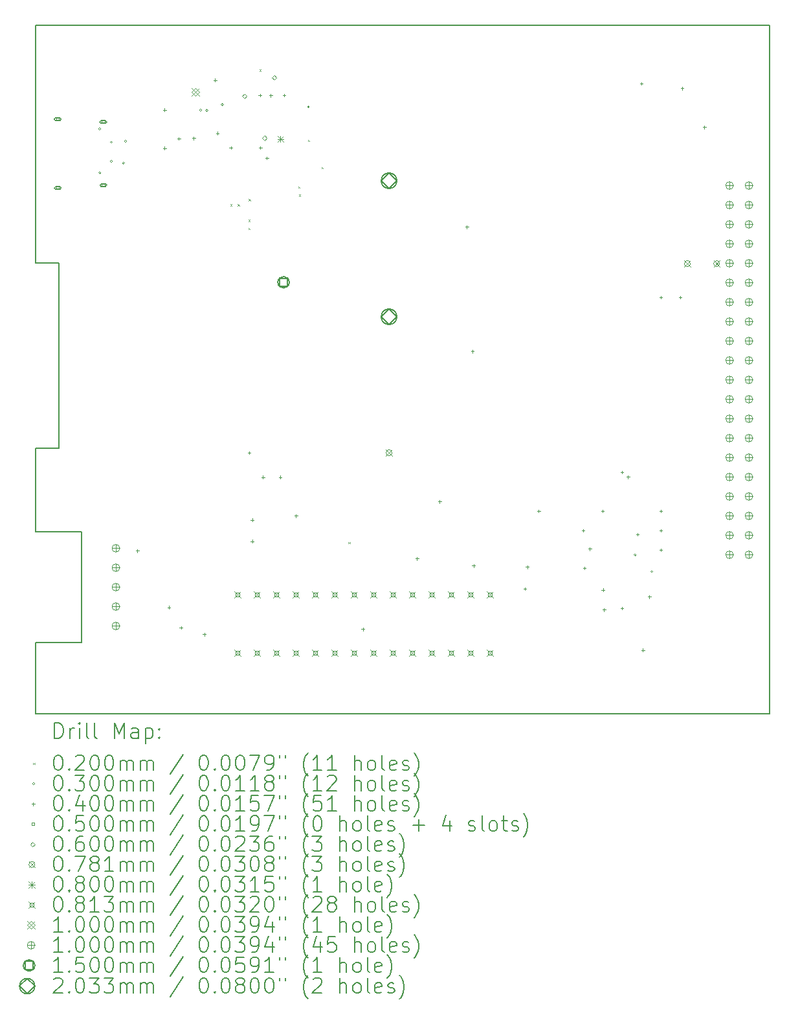
<source format=gbr>
%FSLAX45Y45*%
G04 Gerber Fmt 4.5, Leading zero omitted, Abs format (unit mm)*
G04 Created by KiCad (PCBNEW (6.0.2)) date 2022-05-04 13:01:19*
%MOMM*%
%LPD*%
G01*
G04 APERTURE LIST*
%TA.AperFunction,Profile*%
%ADD10C,0.200000*%
%TD*%
%ADD11C,0.200000*%
%ADD12C,0.020000*%
%ADD13C,0.030000*%
%ADD14C,0.040000*%
%ADD15C,0.050000*%
%ADD16C,0.060000*%
%ADD17C,0.078143*%
%ADD18C,0.080000*%
%ADD19C,0.081280*%
%ADD20C,0.100000*%
%ADD21C,0.150000*%
%ADD22C,0.203286*%
G04 APERTURE END LIST*
D10*
X3759200Y-13660000D02*
X4359200Y-13660000D01*
X3759200Y-12207500D02*
X3759200Y-11117000D01*
X4064000Y-8695000D02*
X4064000Y-11117000D01*
X3759200Y-8695000D02*
X3759200Y-5588000D01*
X13359200Y-5588000D02*
X13359200Y-14588000D01*
X3759200Y-14588000D02*
X13359200Y-14588000D01*
X3759200Y-12207500D02*
X4359200Y-12207500D01*
X4359200Y-12207500D02*
X4359200Y-13660000D01*
X3759200Y-11117000D02*
X4064000Y-11117000D01*
X3759200Y-8695000D02*
X4064000Y-8695000D01*
X3759200Y-5588000D02*
X13359200Y-5588000D01*
X3759200Y-14588000D02*
X3759200Y-13660000D01*
D11*
D12*
X6305000Y-7927500D02*
X6325000Y-7947500D01*
X6325000Y-7927500D02*
X6305000Y-7947500D01*
X6402500Y-7927500D02*
X6422500Y-7947500D01*
X6422500Y-7927500D02*
X6402500Y-7947500D01*
X6545000Y-8237500D02*
X6565000Y-8257500D01*
X6565000Y-8237500D02*
X6545000Y-8257500D01*
X6545740Y-8130700D02*
X6565740Y-8150700D01*
X6565740Y-8130700D02*
X6545740Y-8150700D01*
X6547500Y-7860000D02*
X6567500Y-7880000D01*
X6567500Y-7860000D02*
X6547500Y-7880000D01*
X6686000Y-6166000D02*
X6706000Y-6186000D01*
X6706000Y-6166000D02*
X6686000Y-6186000D01*
X7197500Y-7693930D02*
X7217500Y-7713930D01*
X7217500Y-7693930D02*
X7197500Y-7713930D01*
X7202500Y-7800000D02*
X7222500Y-7820000D01*
X7222500Y-7800000D02*
X7202500Y-7820000D01*
X7320750Y-7083250D02*
X7340750Y-7103250D01*
X7340750Y-7083250D02*
X7320750Y-7103250D01*
X7497500Y-7442500D02*
X7517500Y-7462500D01*
X7517500Y-7442500D02*
X7497500Y-7462500D01*
X7852500Y-12345000D02*
X7872500Y-12365000D01*
X7872500Y-12345000D02*
X7852500Y-12365000D01*
D13*
X4612000Y-6943000D02*
G75*
G03*
X4612000Y-6943000I-15000J0D01*
G01*
X4613000Y-7516000D02*
G75*
G03*
X4613000Y-7516000I-15000J0D01*
G01*
X4764800Y-7117080D02*
G75*
G03*
X4764800Y-7117080I-15000J0D01*
G01*
X4764800Y-7366000D02*
G75*
G03*
X4764800Y-7366000I-15000J0D01*
G01*
X4924820Y-7388860D02*
G75*
G03*
X4924820Y-7388860I-15000J0D01*
G01*
X4950220Y-7104380D02*
G75*
G03*
X4950220Y-7104380I-15000J0D01*
G01*
X5933200Y-6695440D02*
G75*
G03*
X5933200Y-6695440I-15000J0D01*
G01*
X6011940Y-6700520D02*
G75*
G03*
X6011940Y-6700520I-15000J0D01*
G01*
X6217680Y-6624320D02*
G75*
G03*
X6217680Y-6624320I-15000J0D01*
G01*
X7343000Y-6656000D02*
G75*
G03*
X7343000Y-6656000I-15000J0D01*
G01*
X11615180Y-12512040D02*
G75*
G03*
X11615180Y-12512040I-15000J0D01*
G01*
X11833620Y-12730480D02*
G75*
G03*
X11833620Y-12730480I-15000J0D01*
G01*
D14*
X5090160Y-12436160D02*
X5090160Y-12476160D01*
X5070160Y-12456160D02*
X5110160Y-12456160D01*
X5445760Y-6675440D02*
X5445760Y-6715440D01*
X5425760Y-6695440D02*
X5465760Y-6695440D01*
X5445760Y-7173280D02*
X5445760Y-7213280D01*
X5425760Y-7193280D02*
X5465760Y-7193280D01*
X5504180Y-13177840D02*
X5504180Y-13217840D01*
X5484180Y-13197840D02*
X5524180Y-13197840D01*
X5634000Y-7049000D02*
X5634000Y-7089000D01*
X5614000Y-7069000D02*
X5654000Y-7069000D01*
X5660450Y-13441921D02*
X5660450Y-13481921D01*
X5640450Y-13461921D02*
X5680450Y-13461921D01*
X5827000Y-7044000D02*
X5827000Y-7084000D01*
X5807000Y-7064000D02*
X5847000Y-7064000D01*
X5966000Y-13529000D02*
X5966000Y-13569000D01*
X5946000Y-13549000D02*
X5986000Y-13549000D01*
X6106000Y-6285000D02*
X6106000Y-6325000D01*
X6086000Y-6305000D02*
X6126000Y-6305000D01*
X6138000Y-6978000D02*
X6138000Y-7018000D01*
X6118000Y-6998000D02*
X6158000Y-6998000D01*
X6312000Y-7168000D02*
X6312000Y-7208000D01*
X6292000Y-7188000D02*
X6332000Y-7188000D01*
X6554000Y-11156000D02*
X6554000Y-11196000D01*
X6534000Y-11176000D02*
X6574000Y-11176000D01*
X6593840Y-12034840D02*
X6593840Y-12074840D01*
X6573840Y-12054840D02*
X6613840Y-12054840D01*
X6593840Y-12314240D02*
X6593840Y-12354240D01*
X6573840Y-12334240D02*
X6613840Y-12334240D01*
X6695440Y-6482400D02*
X6695440Y-6522400D01*
X6675440Y-6502400D02*
X6715440Y-6502400D01*
X6700520Y-7168200D02*
X6700520Y-7208200D01*
X6680520Y-7188200D02*
X6720520Y-7188200D01*
X6735000Y-11475000D02*
X6735000Y-11515000D01*
X6715000Y-11495000D02*
X6755000Y-11495000D01*
X6784000Y-7304000D02*
X6784000Y-7344000D01*
X6764000Y-7324000D02*
X6804000Y-7324000D01*
X6835140Y-6484940D02*
X6835140Y-6524940D01*
X6815140Y-6504940D02*
X6855140Y-6504940D01*
X6960000Y-11476000D02*
X6960000Y-11516000D01*
X6940000Y-11496000D02*
X6980000Y-11496000D01*
X7010400Y-6482400D02*
X7010400Y-6522400D01*
X6990400Y-6502400D02*
X7030400Y-6502400D01*
X7165000Y-11979000D02*
X7165000Y-12019000D01*
X7145000Y-11999000D02*
X7185000Y-11999000D01*
X8040000Y-13460000D02*
X8040000Y-13500000D01*
X8020000Y-13480000D02*
X8060000Y-13480000D01*
X8749000Y-12540000D02*
X8749000Y-12580000D01*
X8729000Y-12560000D02*
X8769000Y-12560000D01*
X9046000Y-11793000D02*
X9046000Y-11833000D01*
X9026000Y-11813000D02*
X9066000Y-11813000D01*
X9400000Y-8205000D02*
X9400000Y-8245000D01*
X9380000Y-8225000D02*
X9420000Y-8225000D01*
X9475000Y-9830000D02*
X9475000Y-9870000D01*
X9455000Y-9850000D02*
X9495000Y-9850000D01*
X9487500Y-12632500D02*
X9487500Y-12672500D01*
X9467500Y-12652500D02*
X9507500Y-12652500D01*
X10160000Y-12934000D02*
X10160000Y-12974000D01*
X10140000Y-12954000D02*
X10180000Y-12954000D01*
X10192500Y-12647500D02*
X10192500Y-12687500D01*
X10172500Y-12667500D02*
X10212500Y-12667500D01*
X10340340Y-11918000D02*
X10340340Y-11958000D01*
X10320340Y-11938000D02*
X10360340Y-11938000D01*
X10922000Y-12172000D02*
X10922000Y-12212000D01*
X10902000Y-12192000D02*
X10942000Y-12192000D01*
X10938510Y-12663490D02*
X10938510Y-12703490D01*
X10918510Y-12683490D02*
X10958510Y-12683490D01*
X11009455Y-12410995D02*
X11009455Y-12450995D01*
X10989455Y-12430995D02*
X11029455Y-12430995D01*
X11176000Y-11918000D02*
X11176000Y-11958000D01*
X11156000Y-11938000D02*
X11196000Y-11938000D01*
X11182500Y-12947500D02*
X11182500Y-12987500D01*
X11162500Y-12967500D02*
X11202500Y-12967500D01*
X11195546Y-13207546D02*
X11195546Y-13247546D01*
X11175546Y-13227546D02*
X11215546Y-13227546D01*
X11430000Y-11410000D02*
X11430000Y-11450000D01*
X11410000Y-11430000D02*
X11450000Y-11430000D01*
X11430000Y-13188000D02*
X11430000Y-13228000D01*
X11410000Y-13208000D02*
X11450000Y-13208000D01*
X11508297Y-11472126D02*
X11508297Y-11512126D01*
X11488297Y-11492126D02*
X11528297Y-11492126D01*
X11632770Y-12223230D02*
X11632770Y-12263230D01*
X11612770Y-12243230D02*
X11652770Y-12243230D01*
X11684000Y-6330000D02*
X11684000Y-6370000D01*
X11664000Y-6350000D02*
X11704000Y-6350000D01*
X11705000Y-13735000D02*
X11705000Y-13775000D01*
X11685000Y-13755000D02*
X11725000Y-13755000D01*
X11788140Y-13038140D02*
X11788140Y-13078140D01*
X11768140Y-13058140D02*
X11808140Y-13058140D01*
X11938000Y-9124000D02*
X11938000Y-9164000D01*
X11918000Y-9144000D02*
X11958000Y-9144000D01*
X11938000Y-11918000D02*
X11938000Y-11958000D01*
X11918000Y-11938000D02*
X11958000Y-11938000D01*
X11938000Y-12172000D02*
X11938000Y-12212000D01*
X11918000Y-12192000D02*
X11958000Y-12192000D01*
X11938000Y-12426000D02*
X11938000Y-12466000D01*
X11918000Y-12446000D02*
X11958000Y-12446000D01*
X12192000Y-9124000D02*
X12192000Y-9164000D01*
X12172000Y-9144000D02*
X12212000Y-9144000D01*
X12217400Y-6390960D02*
X12217400Y-6430960D01*
X12197400Y-6410960D02*
X12237400Y-6410960D01*
X12506960Y-6898960D02*
X12506960Y-6938960D01*
X12486960Y-6918960D02*
X12526960Y-6918960D01*
D15*
X4066918Y-6833078D02*
X4066918Y-6797722D01*
X4031562Y-6797722D01*
X4031562Y-6833078D01*
X4066918Y-6833078D01*
D11*
X4079240Y-6800400D02*
X4019240Y-6800400D01*
X4079240Y-6830400D02*
X4019240Y-6830400D01*
X4019240Y-6800400D02*
G75*
G03*
X4019240Y-6830400I0J-15000D01*
G01*
X4079240Y-6830400D02*
G75*
G03*
X4079240Y-6800400I0J15000D01*
G01*
D15*
X4066918Y-7731078D02*
X4066918Y-7695722D01*
X4031562Y-7695722D01*
X4031562Y-7731078D01*
X4066918Y-7731078D01*
D11*
X4079240Y-7698400D02*
X4019240Y-7698400D01*
X4079240Y-7728400D02*
X4019240Y-7728400D01*
X4019240Y-7698400D02*
G75*
G03*
X4019240Y-7728400I0J-15000D01*
G01*
X4079240Y-7728400D02*
G75*
G03*
X4079240Y-7698400I0J15000D01*
G01*
D15*
X4661918Y-6869078D02*
X4661918Y-6833722D01*
X4626562Y-6833722D01*
X4626562Y-6869078D01*
X4661918Y-6869078D01*
D11*
X4674240Y-6836400D02*
X4614240Y-6836400D01*
X4674240Y-6866400D02*
X4614240Y-6866400D01*
X4614240Y-6836400D02*
G75*
G03*
X4614240Y-6866400I0J-15000D01*
G01*
X4674240Y-6866400D02*
G75*
G03*
X4674240Y-6836400I0J15000D01*
G01*
D15*
X4661918Y-7695078D02*
X4661918Y-7659722D01*
X4626562Y-7659722D01*
X4626562Y-7695078D01*
X4661918Y-7695078D01*
D11*
X4674240Y-7662400D02*
X4614240Y-7662400D01*
X4674240Y-7692400D02*
X4614240Y-7692400D01*
X4614240Y-7662400D02*
G75*
G03*
X4614240Y-7692400I0J-15000D01*
G01*
X4674240Y-7692400D02*
G75*
G03*
X4674240Y-7662400I0J15000D01*
G01*
D16*
X6492240Y-6542560D02*
X6522240Y-6512560D01*
X6492240Y-6482560D01*
X6462240Y-6512560D01*
X6492240Y-6542560D01*
X6754000Y-7091200D02*
X6784000Y-7061200D01*
X6754000Y-7031200D01*
X6724000Y-7061200D01*
X6754000Y-7091200D01*
X6881000Y-6302000D02*
X6911000Y-6272000D01*
X6881000Y-6242000D01*
X6851000Y-6272000D01*
X6881000Y-6302000D01*
D17*
X8342928Y-11136928D02*
X8421072Y-11215072D01*
X8421072Y-11136928D02*
X8342928Y-11215072D01*
X8421072Y-11176000D02*
G75*
G03*
X8421072Y-11176000I-39072J0D01*
G01*
X12245928Y-8664928D02*
X12324072Y-8743072D01*
X12324072Y-8664928D02*
X12245928Y-8743072D01*
X12324072Y-8704000D02*
G75*
G03*
X12324072Y-8704000I-39072J0D01*
G01*
X12629928Y-8664928D02*
X12708072Y-8743072D01*
X12708072Y-8664928D02*
X12629928Y-8743072D01*
X12708072Y-8704000D02*
G75*
G03*
X12708072Y-8704000I-39072J0D01*
G01*
D18*
X6922000Y-7034000D02*
X7002000Y-7114000D01*
X7002000Y-7034000D02*
X6922000Y-7114000D01*
X6962000Y-7034000D02*
X6962000Y-7114000D01*
X6922000Y-7074000D02*
X7002000Y-7074000D01*
D19*
X6360160Y-12989560D02*
X6441440Y-13070840D01*
X6441440Y-12989560D02*
X6360160Y-13070840D01*
X6429537Y-13058937D02*
X6429537Y-13001463D01*
X6372063Y-13001463D01*
X6372063Y-13058937D01*
X6429537Y-13058937D01*
X6360160Y-13751560D02*
X6441440Y-13832840D01*
X6441440Y-13751560D02*
X6360160Y-13832840D01*
X6429537Y-13820937D02*
X6429537Y-13763463D01*
X6372063Y-13763463D01*
X6372063Y-13820937D01*
X6429537Y-13820937D01*
X6614160Y-12989560D02*
X6695440Y-13070840D01*
X6695440Y-12989560D02*
X6614160Y-13070840D01*
X6683537Y-13058937D02*
X6683537Y-13001463D01*
X6626063Y-13001463D01*
X6626063Y-13058937D01*
X6683537Y-13058937D01*
X6614160Y-13751560D02*
X6695440Y-13832840D01*
X6695440Y-13751560D02*
X6614160Y-13832840D01*
X6683537Y-13820937D02*
X6683537Y-13763463D01*
X6626063Y-13763463D01*
X6626063Y-13820937D01*
X6683537Y-13820937D01*
X6868160Y-12989560D02*
X6949440Y-13070840D01*
X6949440Y-12989560D02*
X6868160Y-13070840D01*
X6937537Y-13058937D02*
X6937537Y-13001463D01*
X6880063Y-13001463D01*
X6880063Y-13058937D01*
X6937537Y-13058937D01*
X6868160Y-13751560D02*
X6949440Y-13832840D01*
X6949440Y-13751560D02*
X6868160Y-13832840D01*
X6937537Y-13820937D02*
X6937537Y-13763463D01*
X6880063Y-13763463D01*
X6880063Y-13820937D01*
X6937537Y-13820937D01*
X7122160Y-12989560D02*
X7203440Y-13070840D01*
X7203440Y-12989560D02*
X7122160Y-13070840D01*
X7191537Y-13058937D02*
X7191537Y-13001463D01*
X7134063Y-13001463D01*
X7134063Y-13058937D01*
X7191537Y-13058937D01*
X7122160Y-13751560D02*
X7203440Y-13832840D01*
X7203440Y-13751560D02*
X7122160Y-13832840D01*
X7191537Y-13820937D02*
X7191537Y-13763463D01*
X7134063Y-13763463D01*
X7134063Y-13820937D01*
X7191537Y-13820937D01*
X7376160Y-12989560D02*
X7457440Y-13070840D01*
X7457440Y-12989560D02*
X7376160Y-13070840D01*
X7445537Y-13058937D02*
X7445537Y-13001463D01*
X7388063Y-13001463D01*
X7388063Y-13058937D01*
X7445537Y-13058937D01*
X7376160Y-13751560D02*
X7457440Y-13832840D01*
X7457440Y-13751560D02*
X7376160Y-13832840D01*
X7445537Y-13820937D02*
X7445537Y-13763463D01*
X7388063Y-13763463D01*
X7388063Y-13820937D01*
X7445537Y-13820937D01*
X7630160Y-12989560D02*
X7711440Y-13070840D01*
X7711440Y-12989560D02*
X7630160Y-13070840D01*
X7699537Y-13058937D02*
X7699537Y-13001463D01*
X7642063Y-13001463D01*
X7642063Y-13058937D01*
X7699537Y-13058937D01*
X7630160Y-13751560D02*
X7711440Y-13832840D01*
X7711440Y-13751560D02*
X7630160Y-13832840D01*
X7699537Y-13820937D02*
X7699537Y-13763463D01*
X7642063Y-13763463D01*
X7642063Y-13820937D01*
X7699537Y-13820937D01*
X7884160Y-12989560D02*
X7965440Y-13070840D01*
X7965440Y-12989560D02*
X7884160Y-13070840D01*
X7953537Y-13058937D02*
X7953537Y-13001463D01*
X7896063Y-13001463D01*
X7896063Y-13058937D01*
X7953537Y-13058937D01*
X7884160Y-13751560D02*
X7965440Y-13832840D01*
X7965440Y-13751560D02*
X7884160Y-13832840D01*
X7953537Y-13820937D02*
X7953537Y-13763463D01*
X7896063Y-13763463D01*
X7896063Y-13820937D01*
X7953537Y-13820937D01*
X8138160Y-12989560D02*
X8219440Y-13070840D01*
X8219440Y-12989560D02*
X8138160Y-13070840D01*
X8207537Y-13058937D02*
X8207537Y-13001463D01*
X8150063Y-13001463D01*
X8150063Y-13058937D01*
X8207537Y-13058937D01*
X8138160Y-13751560D02*
X8219440Y-13832840D01*
X8219440Y-13751560D02*
X8138160Y-13832840D01*
X8207537Y-13820937D02*
X8207537Y-13763463D01*
X8150063Y-13763463D01*
X8150063Y-13820937D01*
X8207537Y-13820937D01*
X8392160Y-12989560D02*
X8473440Y-13070840D01*
X8473440Y-12989560D02*
X8392160Y-13070840D01*
X8461537Y-13058937D02*
X8461537Y-13001463D01*
X8404063Y-13001463D01*
X8404063Y-13058937D01*
X8461537Y-13058937D01*
X8392160Y-13751560D02*
X8473440Y-13832840D01*
X8473440Y-13751560D02*
X8392160Y-13832840D01*
X8461537Y-13820937D02*
X8461537Y-13763463D01*
X8404063Y-13763463D01*
X8404063Y-13820937D01*
X8461537Y-13820937D01*
X8646160Y-12989560D02*
X8727440Y-13070840D01*
X8727440Y-12989560D02*
X8646160Y-13070840D01*
X8715537Y-13058937D02*
X8715537Y-13001463D01*
X8658063Y-13001463D01*
X8658063Y-13058937D01*
X8715537Y-13058937D01*
X8646160Y-13751560D02*
X8727440Y-13832840D01*
X8727440Y-13751560D02*
X8646160Y-13832840D01*
X8715537Y-13820937D02*
X8715537Y-13763463D01*
X8658063Y-13763463D01*
X8658063Y-13820937D01*
X8715537Y-13820937D01*
X8900160Y-12989560D02*
X8981440Y-13070840D01*
X8981440Y-12989560D02*
X8900160Y-13070840D01*
X8969537Y-13058937D02*
X8969537Y-13001463D01*
X8912063Y-13001463D01*
X8912063Y-13058937D01*
X8969537Y-13058937D01*
X8900160Y-13751560D02*
X8981440Y-13832840D01*
X8981440Y-13751560D02*
X8900160Y-13832840D01*
X8969537Y-13820937D02*
X8969537Y-13763463D01*
X8912063Y-13763463D01*
X8912063Y-13820937D01*
X8969537Y-13820937D01*
X9154160Y-12989560D02*
X9235440Y-13070840D01*
X9235440Y-12989560D02*
X9154160Y-13070840D01*
X9223537Y-13058937D02*
X9223537Y-13001463D01*
X9166063Y-13001463D01*
X9166063Y-13058937D01*
X9223537Y-13058937D01*
X9154160Y-13751560D02*
X9235440Y-13832840D01*
X9235440Y-13751560D02*
X9154160Y-13832840D01*
X9223537Y-13820937D02*
X9223537Y-13763463D01*
X9166063Y-13763463D01*
X9166063Y-13820937D01*
X9223537Y-13820937D01*
X9408160Y-12989560D02*
X9489440Y-13070840D01*
X9489440Y-12989560D02*
X9408160Y-13070840D01*
X9477537Y-13058937D02*
X9477537Y-13001463D01*
X9420063Y-13001463D01*
X9420063Y-13058937D01*
X9477537Y-13058937D01*
X9408160Y-13751560D02*
X9489440Y-13832840D01*
X9489440Y-13751560D02*
X9408160Y-13832840D01*
X9477537Y-13820937D02*
X9477537Y-13763463D01*
X9420063Y-13763463D01*
X9420063Y-13820937D01*
X9477537Y-13820937D01*
X9662160Y-12989560D02*
X9743440Y-13070840D01*
X9743440Y-12989560D02*
X9662160Y-13070840D01*
X9731537Y-13058937D02*
X9731537Y-13001463D01*
X9674063Y-13001463D01*
X9674063Y-13058937D01*
X9731537Y-13058937D01*
X9662160Y-13751560D02*
X9743440Y-13832840D01*
X9743440Y-13751560D02*
X9662160Y-13832840D01*
X9731537Y-13820937D02*
X9731537Y-13763463D01*
X9674063Y-13763463D01*
X9674063Y-13820937D01*
X9731537Y-13820937D01*
D20*
X5797080Y-6411760D02*
X5897080Y-6511760D01*
X5897080Y-6411760D02*
X5797080Y-6511760D01*
X5847080Y-6511760D02*
X5897080Y-6461760D01*
X5847080Y-6411760D01*
X5797080Y-6461760D01*
X5847080Y-6511760D01*
X4808800Y-12373680D02*
X4808800Y-12473680D01*
X4758800Y-12423680D02*
X4858800Y-12423680D01*
X4858800Y-12423680D02*
G75*
G03*
X4858800Y-12423680I-50000J0D01*
G01*
X4808800Y-12627680D02*
X4808800Y-12727680D01*
X4758800Y-12677680D02*
X4858800Y-12677680D01*
X4858800Y-12677680D02*
G75*
G03*
X4858800Y-12677680I-50000J0D01*
G01*
X4808800Y-12881680D02*
X4808800Y-12981680D01*
X4758800Y-12931680D02*
X4858800Y-12931680D01*
X4858800Y-12931680D02*
G75*
G03*
X4858800Y-12931680I-50000J0D01*
G01*
X4808800Y-13135680D02*
X4808800Y-13235680D01*
X4758800Y-13185680D02*
X4858800Y-13185680D01*
X4858800Y-13185680D02*
G75*
G03*
X4858800Y-13185680I-50000J0D01*
G01*
X4808800Y-13389680D02*
X4808800Y-13489680D01*
X4758800Y-13439680D02*
X4858800Y-13439680D01*
X4858800Y-13439680D02*
G75*
G03*
X4858800Y-13439680I-50000J0D01*
G01*
X12836200Y-7632500D02*
X12836200Y-7732500D01*
X12786200Y-7682500D02*
X12886200Y-7682500D01*
X12886200Y-7682500D02*
G75*
G03*
X12886200Y-7682500I-50000J0D01*
G01*
X12836200Y-7886500D02*
X12836200Y-7986500D01*
X12786200Y-7936500D02*
X12886200Y-7936500D01*
X12886200Y-7936500D02*
G75*
G03*
X12886200Y-7936500I-50000J0D01*
G01*
X12836200Y-8140500D02*
X12836200Y-8240500D01*
X12786200Y-8190500D02*
X12886200Y-8190500D01*
X12886200Y-8190500D02*
G75*
G03*
X12886200Y-8190500I-50000J0D01*
G01*
X12836200Y-8394500D02*
X12836200Y-8494500D01*
X12786200Y-8444500D02*
X12886200Y-8444500D01*
X12886200Y-8444500D02*
G75*
G03*
X12886200Y-8444500I-50000J0D01*
G01*
X12836200Y-8648500D02*
X12836200Y-8748500D01*
X12786200Y-8698500D02*
X12886200Y-8698500D01*
X12886200Y-8698500D02*
G75*
G03*
X12886200Y-8698500I-50000J0D01*
G01*
X12836200Y-8902500D02*
X12836200Y-9002500D01*
X12786200Y-8952500D02*
X12886200Y-8952500D01*
X12886200Y-8952500D02*
G75*
G03*
X12886200Y-8952500I-50000J0D01*
G01*
X12836200Y-9156500D02*
X12836200Y-9256500D01*
X12786200Y-9206500D02*
X12886200Y-9206500D01*
X12886200Y-9206500D02*
G75*
G03*
X12886200Y-9206500I-50000J0D01*
G01*
X12836200Y-9410500D02*
X12836200Y-9510500D01*
X12786200Y-9460500D02*
X12886200Y-9460500D01*
X12886200Y-9460500D02*
G75*
G03*
X12886200Y-9460500I-50000J0D01*
G01*
X12836200Y-9664500D02*
X12836200Y-9764500D01*
X12786200Y-9714500D02*
X12886200Y-9714500D01*
X12886200Y-9714500D02*
G75*
G03*
X12886200Y-9714500I-50000J0D01*
G01*
X12836200Y-9918500D02*
X12836200Y-10018500D01*
X12786200Y-9968500D02*
X12886200Y-9968500D01*
X12886200Y-9968500D02*
G75*
G03*
X12886200Y-9968500I-50000J0D01*
G01*
X12836200Y-10172500D02*
X12836200Y-10272500D01*
X12786200Y-10222500D02*
X12886200Y-10222500D01*
X12886200Y-10222500D02*
G75*
G03*
X12886200Y-10222500I-50000J0D01*
G01*
X12836200Y-10426500D02*
X12836200Y-10526500D01*
X12786200Y-10476500D02*
X12886200Y-10476500D01*
X12886200Y-10476500D02*
G75*
G03*
X12886200Y-10476500I-50000J0D01*
G01*
X12836200Y-10680500D02*
X12836200Y-10780500D01*
X12786200Y-10730500D02*
X12886200Y-10730500D01*
X12886200Y-10730500D02*
G75*
G03*
X12886200Y-10730500I-50000J0D01*
G01*
X12836200Y-10934500D02*
X12836200Y-11034500D01*
X12786200Y-10984500D02*
X12886200Y-10984500D01*
X12886200Y-10984500D02*
G75*
G03*
X12886200Y-10984500I-50000J0D01*
G01*
X12836200Y-11188500D02*
X12836200Y-11288500D01*
X12786200Y-11238500D02*
X12886200Y-11238500D01*
X12886200Y-11238500D02*
G75*
G03*
X12886200Y-11238500I-50000J0D01*
G01*
X12836200Y-11442500D02*
X12836200Y-11542500D01*
X12786200Y-11492500D02*
X12886200Y-11492500D01*
X12886200Y-11492500D02*
G75*
G03*
X12886200Y-11492500I-50000J0D01*
G01*
X12836200Y-11696500D02*
X12836200Y-11796500D01*
X12786200Y-11746500D02*
X12886200Y-11746500D01*
X12886200Y-11746500D02*
G75*
G03*
X12886200Y-11746500I-50000J0D01*
G01*
X12836200Y-11950500D02*
X12836200Y-12050500D01*
X12786200Y-12000500D02*
X12886200Y-12000500D01*
X12886200Y-12000500D02*
G75*
G03*
X12886200Y-12000500I-50000J0D01*
G01*
X12836200Y-12204500D02*
X12836200Y-12304500D01*
X12786200Y-12254500D02*
X12886200Y-12254500D01*
X12886200Y-12254500D02*
G75*
G03*
X12886200Y-12254500I-50000J0D01*
G01*
X12836200Y-12458500D02*
X12836200Y-12558500D01*
X12786200Y-12508500D02*
X12886200Y-12508500D01*
X12886200Y-12508500D02*
G75*
G03*
X12886200Y-12508500I-50000J0D01*
G01*
X13090200Y-7632500D02*
X13090200Y-7732500D01*
X13040200Y-7682500D02*
X13140200Y-7682500D01*
X13140200Y-7682500D02*
G75*
G03*
X13140200Y-7682500I-50000J0D01*
G01*
X13090200Y-7886500D02*
X13090200Y-7986500D01*
X13040200Y-7936500D02*
X13140200Y-7936500D01*
X13140200Y-7936500D02*
G75*
G03*
X13140200Y-7936500I-50000J0D01*
G01*
X13090200Y-8140500D02*
X13090200Y-8240500D01*
X13040200Y-8190500D02*
X13140200Y-8190500D01*
X13140200Y-8190500D02*
G75*
G03*
X13140200Y-8190500I-50000J0D01*
G01*
X13090200Y-8394500D02*
X13090200Y-8494500D01*
X13040200Y-8444500D02*
X13140200Y-8444500D01*
X13140200Y-8444500D02*
G75*
G03*
X13140200Y-8444500I-50000J0D01*
G01*
X13090200Y-8648500D02*
X13090200Y-8748500D01*
X13040200Y-8698500D02*
X13140200Y-8698500D01*
X13140200Y-8698500D02*
G75*
G03*
X13140200Y-8698500I-50000J0D01*
G01*
X13090200Y-8902500D02*
X13090200Y-9002500D01*
X13040200Y-8952500D02*
X13140200Y-8952500D01*
X13140200Y-8952500D02*
G75*
G03*
X13140200Y-8952500I-50000J0D01*
G01*
X13090200Y-9156500D02*
X13090200Y-9256500D01*
X13040200Y-9206500D02*
X13140200Y-9206500D01*
X13140200Y-9206500D02*
G75*
G03*
X13140200Y-9206500I-50000J0D01*
G01*
X13090200Y-9410500D02*
X13090200Y-9510500D01*
X13040200Y-9460500D02*
X13140200Y-9460500D01*
X13140200Y-9460500D02*
G75*
G03*
X13140200Y-9460500I-50000J0D01*
G01*
X13090200Y-9664500D02*
X13090200Y-9764500D01*
X13040200Y-9714500D02*
X13140200Y-9714500D01*
X13140200Y-9714500D02*
G75*
G03*
X13140200Y-9714500I-50000J0D01*
G01*
X13090200Y-9918500D02*
X13090200Y-10018500D01*
X13040200Y-9968500D02*
X13140200Y-9968500D01*
X13140200Y-9968500D02*
G75*
G03*
X13140200Y-9968500I-50000J0D01*
G01*
X13090200Y-10172500D02*
X13090200Y-10272500D01*
X13040200Y-10222500D02*
X13140200Y-10222500D01*
X13140200Y-10222500D02*
G75*
G03*
X13140200Y-10222500I-50000J0D01*
G01*
X13090200Y-10426500D02*
X13090200Y-10526500D01*
X13040200Y-10476500D02*
X13140200Y-10476500D01*
X13140200Y-10476500D02*
G75*
G03*
X13140200Y-10476500I-50000J0D01*
G01*
X13090200Y-10680500D02*
X13090200Y-10780500D01*
X13040200Y-10730500D02*
X13140200Y-10730500D01*
X13140200Y-10730500D02*
G75*
G03*
X13140200Y-10730500I-50000J0D01*
G01*
X13090200Y-10934500D02*
X13090200Y-11034500D01*
X13040200Y-10984500D02*
X13140200Y-10984500D01*
X13140200Y-10984500D02*
G75*
G03*
X13140200Y-10984500I-50000J0D01*
G01*
X13090200Y-11188500D02*
X13090200Y-11288500D01*
X13040200Y-11238500D02*
X13140200Y-11238500D01*
X13140200Y-11238500D02*
G75*
G03*
X13140200Y-11238500I-50000J0D01*
G01*
X13090200Y-11442500D02*
X13090200Y-11542500D01*
X13040200Y-11492500D02*
X13140200Y-11492500D01*
X13140200Y-11492500D02*
G75*
G03*
X13140200Y-11492500I-50000J0D01*
G01*
X13090200Y-11696500D02*
X13090200Y-11796500D01*
X13040200Y-11746500D02*
X13140200Y-11746500D01*
X13140200Y-11746500D02*
G75*
G03*
X13140200Y-11746500I-50000J0D01*
G01*
X13090200Y-11950500D02*
X13090200Y-12050500D01*
X13040200Y-12000500D02*
X13140200Y-12000500D01*
X13140200Y-12000500D02*
G75*
G03*
X13140200Y-12000500I-50000J0D01*
G01*
X13090200Y-12204500D02*
X13090200Y-12304500D01*
X13040200Y-12254500D02*
X13140200Y-12254500D01*
X13140200Y-12254500D02*
G75*
G03*
X13140200Y-12254500I-50000J0D01*
G01*
X13090200Y-12458500D02*
X13090200Y-12558500D01*
X13040200Y-12508500D02*
X13140200Y-12508500D01*
X13140200Y-12508500D02*
G75*
G03*
X13140200Y-12508500I-50000J0D01*
G01*
D21*
X7055533Y-9000534D02*
X7055533Y-8894467D01*
X6949466Y-8894467D01*
X6949466Y-9000534D01*
X7055533Y-9000534D01*
X7077500Y-8947500D02*
G75*
G03*
X7077500Y-8947500I-75000J0D01*
G01*
D22*
X8382000Y-7721643D02*
X8483643Y-7620000D01*
X8382000Y-7518357D01*
X8280357Y-7620000D01*
X8382000Y-7721643D01*
X8483643Y-7620000D02*
G75*
G03*
X8483643Y-7620000I-101643J0D01*
G01*
X8382000Y-9499643D02*
X8483643Y-9398000D01*
X8382000Y-9296357D01*
X8280357Y-9398000D01*
X8382000Y-9499643D01*
X8483643Y-9398000D02*
G75*
G03*
X8483643Y-9398000I-101643J0D01*
G01*
D11*
X4006819Y-14908476D02*
X4006819Y-14708476D01*
X4054438Y-14708476D01*
X4083009Y-14718000D01*
X4102057Y-14737048D01*
X4111581Y-14756095D01*
X4121105Y-14794190D01*
X4121105Y-14822762D01*
X4111581Y-14860857D01*
X4102057Y-14879905D01*
X4083009Y-14898952D01*
X4054438Y-14908476D01*
X4006819Y-14908476D01*
X4206819Y-14908476D02*
X4206819Y-14775143D01*
X4206819Y-14813238D02*
X4216343Y-14794190D01*
X4225867Y-14784667D01*
X4244914Y-14775143D01*
X4263962Y-14775143D01*
X4330629Y-14908476D02*
X4330629Y-14775143D01*
X4330629Y-14708476D02*
X4321105Y-14718000D01*
X4330629Y-14727524D01*
X4340152Y-14718000D01*
X4330629Y-14708476D01*
X4330629Y-14727524D01*
X4454438Y-14908476D02*
X4435390Y-14898952D01*
X4425867Y-14879905D01*
X4425867Y-14708476D01*
X4559200Y-14908476D02*
X4540152Y-14898952D01*
X4530629Y-14879905D01*
X4530629Y-14708476D01*
X4787771Y-14908476D02*
X4787771Y-14708476D01*
X4854438Y-14851333D01*
X4921105Y-14708476D01*
X4921105Y-14908476D01*
X5102057Y-14908476D02*
X5102057Y-14803714D01*
X5092533Y-14784667D01*
X5073486Y-14775143D01*
X5035390Y-14775143D01*
X5016343Y-14784667D01*
X5102057Y-14898952D02*
X5083010Y-14908476D01*
X5035390Y-14908476D01*
X5016343Y-14898952D01*
X5006819Y-14879905D01*
X5006819Y-14860857D01*
X5016343Y-14841809D01*
X5035390Y-14832286D01*
X5083010Y-14832286D01*
X5102057Y-14822762D01*
X5197295Y-14775143D02*
X5197295Y-14975143D01*
X5197295Y-14784667D02*
X5216343Y-14775143D01*
X5254438Y-14775143D01*
X5273486Y-14784667D01*
X5283010Y-14794190D01*
X5292533Y-14813238D01*
X5292533Y-14870381D01*
X5283010Y-14889428D01*
X5273486Y-14898952D01*
X5254438Y-14908476D01*
X5216343Y-14908476D01*
X5197295Y-14898952D01*
X5378248Y-14889428D02*
X5387771Y-14898952D01*
X5378248Y-14908476D01*
X5368724Y-14898952D01*
X5378248Y-14889428D01*
X5378248Y-14908476D01*
X5378248Y-14784667D02*
X5387771Y-14794190D01*
X5378248Y-14803714D01*
X5368724Y-14794190D01*
X5378248Y-14784667D01*
X5378248Y-14803714D01*
D12*
X3729200Y-15228000D02*
X3749200Y-15248000D01*
X3749200Y-15228000D02*
X3729200Y-15248000D01*
D11*
X4044914Y-15128476D02*
X4063962Y-15128476D01*
X4083009Y-15138000D01*
X4092533Y-15147524D01*
X4102057Y-15166571D01*
X4111581Y-15204667D01*
X4111581Y-15252286D01*
X4102057Y-15290381D01*
X4092533Y-15309428D01*
X4083009Y-15318952D01*
X4063962Y-15328476D01*
X4044914Y-15328476D01*
X4025867Y-15318952D01*
X4016343Y-15309428D01*
X4006819Y-15290381D01*
X3997295Y-15252286D01*
X3997295Y-15204667D01*
X4006819Y-15166571D01*
X4016343Y-15147524D01*
X4025867Y-15138000D01*
X4044914Y-15128476D01*
X4197295Y-15309428D02*
X4206819Y-15318952D01*
X4197295Y-15328476D01*
X4187771Y-15318952D01*
X4197295Y-15309428D01*
X4197295Y-15328476D01*
X4283010Y-15147524D02*
X4292533Y-15138000D01*
X4311581Y-15128476D01*
X4359200Y-15128476D01*
X4378248Y-15138000D01*
X4387771Y-15147524D01*
X4397295Y-15166571D01*
X4397295Y-15185619D01*
X4387771Y-15214190D01*
X4273486Y-15328476D01*
X4397295Y-15328476D01*
X4521105Y-15128476D02*
X4540152Y-15128476D01*
X4559200Y-15138000D01*
X4568724Y-15147524D01*
X4578248Y-15166571D01*
X4587771Y-15204667D01*
X4587771Y-15252286D01*
X4578248Y-15290381D01*
X4568724Y-15309428D01*
X4559200Y-15318952D01*
X4540152Y-15328476D01*
X4521105Y-15328476D01*
X4502057Y-15318952D01*
X4492533Y-15309428D01*
X4483010Y-15290381D01*
X4473486Y-15252286D01*
X4473486Y-15204667D01*
X4483010Y-15166571D01*
X4492533Y-15147524D01*
X4502057Y-15138000D01*
X4521105Y-15128476D01*
X4711581Y-15128476D02*
X4730629Y-15128476D01*
X4749676Y-15138000D01*
X4759200Y-15147524D01*
X4768724Y-15166571D01*
X4778248Y-15204667D01*
X4778248Y-15252286D01*
X4768724Y-15290381D01*
X4759200Y-15309428D01*
X4749676Y-15318952D01*
X4730629Y-15328476D01*
X4711581Y-15328476D01*
X4692533Y-15318952D01*
X4683010Y-15309428D01*
X4673486Y-15290381D01*
X4663962Y-15252286D01*
X4663962Y-15204667D01*
X4673486Y-15166571D01*
X4683010Y-15147524D01*
X4692533Y-15138000D01*
X4711581Y-15128476D01*
X4863962Y-15328476D02*
X4863962Y-15195143D01*
X4863962Y-15214190D02*
X4873486Y-15204667D01*
X4892533Y-15195143D01*
X4921105Y-15195143D01*
X4940152Y-15204667D01*
X4949676Y-15223714D01*
X4949676Y-15328476D01*
X4949676Y-15223714D02*
X4959200Y-15204667D01*
X4978248Y-15195143D01*
X5006819Y-15195143D01*
X5025867Y-15204667D01*
X5035390Y-15223714D01*
X5035390Y-15328476D01*
X5130629Y-15328476D02*
X5130629Y-15195143D01*
X5130629Y-15214190D02*
X5140152Y-15204667D01*
X5159200Y-15195143D01*
X5187771Y-15195143D01*
X5206819Y-15204667D01*
X5216343Y-15223714D01*
X5216343Y-15328476D01*
X5216343Y-15223714D02*
X5225867Y-15204667D01*
X5244914Y-15195143D01*
X5273486Y-15195143D01*
X5292533Y-15204667D01*
X5302057Y-15223714D01*
X5302057Y-15328476D01*
X5692533Y-15118952D02*
X5521105Y-15376095D01*
X5949676Y-15128476D02*
X5968724Y-15128476D01*
X5987771Y-15138000D01*
X5997295Y-15147524D01*
X6006819Y-15166571D01*
X6016343Y-15204667D01*
X6016343Y-15252286D01*
X6006819Y-15290381D01*
X5997295Y-15309428D01*
X5987771Y-15318952D01*
X5968724Y-15328476D01*
X5949676Y-15328476D01*
X5930628Y-15318952D01*
X5921105Y-15309428D01*
X5911581Y-15290381D01*
X5902057Y-15252286D01*
X5902057Y-15204667D01*
X5911581Y-15166571D01*
X5921105Y-15147524D01*
X5930628Y-15138000D01*
X5949676Y-15128476D01*
X6102057Y-15309428D02*
X6111581Y-15318952D01*
X6102057Y-15328476D01*
X6092533Y-15318952D01*
X6102057Y-15309428D01*
X6102057Y-15328476D01*
X6235390Y-15128476D02*
X6254438Y-15128476D01*
X6273486Y-15138000D01*
X6283009Y-15147524D01*
X6292533Y-15166571D01*
X6302057Y-15204667D01*
X6302057Y-15252286D01*
X6292533Y-15290381D01*
X6283009Y-15309428D01*
X6273486Y-15318952D01*
X6254438Y-15328476D01*
X6235390Y-15328476D01*
X6216343Y-15318952D01*
X6206819Y-15309428D01*
X6197295Y-15290381D01*
X6187771Y-15252286D01*
X6187771Y-15204667D01*
X6197295Y-15166571D01*
X6206819Y-15147524D01*
X6216343Y-15138000D01*
X6235390Y-15128476D01*
X6425867Y-15128476D02*
X6444914Y-15128476D01*
X6463962Y-15138000D01*
X6473486Y-15147524D01*
X6483009Y-15166571D01*
X6492533Y-15204667D01*
X6492533Y-15252286D01*
X6483009Y-15290381D01*
X6473486Y-15309428D01*
X6463962Y-15318952D01*
X6444914Y-15328476D01*
X6425867Y-15328476D01*
X6406819Y-15318952D01*
X6397295Y-15309428D01*
X6387771Y-15290381D01*
X6378248Y-15252286D01*
X6378248Y-15204667D01*
X6387771Y-15166571D01*
X6397295Y-15147524D01*
X6406819Y-15138000D01*
X6425867Y-15128476D01*
X6559200Y-15128476D02*
X6692533Y-15128476D01*
X6606819Y-15328476D01*
X6778248Y-15328476D02*
X6816343Y-15328476D01*
X6835390Y-15318952D01*
X6844914Y-15309428D01*
X6863962Y-15280857D01*
X6873486Y-15242762D01*
X6873486Y-15166571D01*
X6863962Y-15147524D01*
X6854438Y-15138000D01*
X6835390Y-15128476D01*
X6797295Y-15128476D01*
X6778248Y-15138000D01*
X6768724Y-15147524D01*
X6759200Y-15166571D01*
X6759200Y-15214190D01*
X6768724Y-15233238D01*
X6778248Y-15242762D01*
X6797295Y-15252286D01*
X6835390Y-15252286D01*
X6854438Y-15242762D01*
X6863962Y-15233238D01*
X6873486Y-15214190D01*
X6949676Y-15128476D02*
X6949676Y-15166571D01*
X7025867Y-15128476D02*
X7025867Y-15166571D01*
X7321105Y-15404667D02*
X7311581Y-15395143D01*
X7292533Y-15366571D01*
X7283009Y-15347524D01*
X7273486Y-15318952D01*
X7263962Y-15271333D01*
X7263962Y-15233238D01*
X7273486Y-15185619D01*
X7283009Y-15157048D01*
X7292533Y-15138000D01*
X7311581Y-15109428D01*
X7321105Y-15099905D01*
X7502057Y-15328476D02*
X7387771Y-15328476D01*
X7444914Y-15328476D02*
X7444914Y-15128476D01*
X7425867Y-15157048D01*
X7406819Y-15176095D01*
X7387771Y-15185619D01*
X7692533Y-15328476D02*
X7578248Y-15328476D01*
X7635390Y-15328476D02*
X7635390Y-15128476D01*
X7616343Y-15157048D01*
X7597295Y-15176095D01*
X7578248Y-15185619D01*
X7930628Y-15328476D02*
X7930628Y-15128476D01*
X8016343Y-15328476D02*
X8016343Y-15223714D01*
X8006819Y-15204667D01*
X7987771Y-15195143D01*
X7959200Y-15195143D01*
X7940152Y-15204667D01*
X7930628Y-15214190D01*
X8140152Y-15328476D02*
X8121105Y-15318952D01*
X8111581Y-15309428D01*
X8102057Y-15290381D01*
X8102057Y-15233238D01*
X8111581Y-15214190D01*
X8121105Y-15204667D01*
X8140152Y-15195143D01*
X8168724Y-15195143D01*
X8187771Y-15204667D01*
X8197295Y-15214190D01*
X8206819Y-15233238D01*
X8206819Y-15290381D01*
X8197295Y-15309428D01*
X8187771Y-15318952D01*
X8168724Y-15328476D01*
X8140152Y-15328476D01*
X8321105Y-15328476D02*
X8302057Y-15318952D01*
X8292533Y-15299905D01*
X8292533Y-15128476D01*
X8473486Y-15318952D02*
X8454438Y-15328476D01*
X8416343Y-15328476D01*
X8397295Y-15318952D01*
X8387771Y-15299905D01*
X8387771Y-15223714D01*
X8397295Y-15204667D01*
X8416343Y-15195143D01*
X8454438Y-15195143D01*
X8473486Y-15204667D01*
X8483010Y-15223714D01*
X8483010Y-15242762D01*
X8387771Y-15261809D01*
X8559200Y-15318952D02*
X8578248Y-15328476D01*
X8616343Y-15328476D01*
X8635390Y-15318952D01*
X8644914Y-15299905D01*
X8644914Y-15290381D01*
X8635390Y-15271333D01*
X8616343Y-15261809D01*
X8587771Y-15261809D01*
X8568724Y-15252286D01*
X8559200Y-15233238D01*
X8559200Y-15223714D01*
X8568724Y-15204667D01*
X8587771Y-15195143D01*
X8616343Y-15195143D01*
X8635390Y-15204667D01*
X8711581Y-15404667D02*
X8721105Y-15395143D01*
X8740152Y-15366571D01*
X8749676Y-15347524D01*
X8759200Y-15318952D01*
X8768724Y-15271333D01*
X8768724Y-15233238D01*
X8759200Y-15185619D01*
X8749676Y-15157048D01*
X8740152Y-15138000D01*
X8721105Y-15109428D01*
X8711581Y-15099905D01*
D13*
X3749200Y-15502000D02*
G75*
G03*
X3749200Y-15502000I-15000J0D01*
G01*
D11*
X4044914Y-15392476D02*
X4063962Y-15392476D01*
X4083009Y-15402000D01*
X4092533Y-15411524D01*
X4102057Y-15430571D01*
X4111581Y-15468667D01*
X4111581Y-15516286D01*
X4102057Y-15554381D01*
X4092533Y-15573428D01*
X4083009Y-15582952D01*
X4063962Y-15592476D01*
X4044914Y-15592476D01*
X4025867Y-15582952D01*
X4016343Y-15573428D01*
X4006819Y-15554381D01*
X3997295Y-15516286D01*
X3997295Y-15468667D01*
X4006819Y-15430571D01*
X4016343Y-15411524D01*
X4025867Y-15402000D01*
X4044914Y-15392476D01*
X4197295Y-15573428D02*
X4206819Y-15582952D01*
X4197295Y-15592476D01*
X4187771Y-15582952D01*
X4197295Y-15573428D01*
X4197295Y-15592476D01*
X4273486Y-15392476D02*
X4397295Y-15392476D01*
X4330629Y-15468667D01*
X4359200Y-15468667D01*
X4378248Y-15478190D01*
X4387771Y-15487714D01*
X4397295Y-15506762D01*
X4397295Y-15554381D01*
X4387771Y-15573428D01*
X4378248Y-15582952D01*
X4359200Y-15592476D01*
X4302057Y-15592476D01*
X4283010Y-15582952D01*
X4273486Y-15573428D01*
X4521105Y-15392476D02*
X4540152Y-15392476D01*
X4559200Y-15402000D01*
X4568724Y-15411524D01*
X4578248Y-15430571D01*
X4587771Y-15468667D01*
X4587771Y-15516286D01*
X4578248Y-15554381D01*
X4568724Y-15573428D01*
X4559200Y-15582952D01*
X4540152Y-15592476D01*
X4521105Y-15592476D01*
X4502057Y-15582952D01*
X4492533Y-15573428D01*
X4483010Y-15554381D01*
X4473486Y-15516286D01*
X4473486Y-15468667D01*
X4483010Y-15430571D01*
X4492533Y-15411524D01*
X4502057Y-15402000D01*
X4521105Y-15392476D01*
X4711581Y-15392476D02*
X4730629Y-15392476D01*
X4749676Y-15402000D01*
X4759200Y-15411524D01*
X4768724Y-15430571D01*
X4778248Y-15468667D01*
X4778248Y-15516286D01*
X4768724Y-15554381D01*
X4759200Y-15573428D01*
X4749676Y-15582952D01*
X4730629Y-15592476D01*
X4711581Y-15592476D01*
X4692533Y-15582952D01*
X4683010Y-15573428D01*
X4673486Y-15554381D01*
X4663962Y-15516286D01*
X4663962Y-15468667D01*
X4673486Y-15430571D01*
X4683010Y-15411524D01*
X4692533Y-15402000D01*
X4711581Y-15392476D01*
X4863962Y-15592476D02*
X4863962Y-15459143D01*
X4863962Y-15478190D02*
X4873486Y-15468667D01*
X4892533Y-15459143D01*
X4921105Y-15459143D01*
X4940152Y-15468667D01*
X4949676Y-15487714D01*
X4949676Y-15592476D01*
X4949676Y-15487714D02*
X4959200Y-15468667D01*
X4978248Y-15459143D01*
X5006819Y-15459143D01*
X5025867Y-15468667D01*
X5035390Y-15487714D01*
X5035390Y-15592476D01*
X5130629Y-15592476D02*
X5130629Y-15459143D01*
X5130629Y-15478190D02*
X5140152Y-15468667D01*
X5159200Y-15459143D01*
X5187771Y-15459143D01*
X5206819Y-15468667D01*
X5216343Y-15487714D01*
X5216343Y-15592476D01*
X5216343Y-15487714D02*
X5225867Y-15468667D01*
X5244914Y-15459143D01*
X5273486Y-15459143D01*
X5292533Y-15468667D01*
X5302057Y-15487714D01*
X5302057Y-15592476D01*
X5692533Y-15382952D02*
X5521105Y-15640095D01*
X5949676Y-15392476D02*
X5968724Y-15392476D01*
X5987771Y-15402000D01*
X5997295Y-15411524D01*
X6006819Y-15430571D01*
X6016343Y-15468667D01*
X6016343Y-15516286D01*
X6006819Y-15554381D01*
X5997295Y-15573428D01*
X5987771Y-15582952D01*
X5968724Y-15592476D01*
X5949676Y-15592476D01*
X5930628Y-15582952D01*
X5921105Y-15573428D01*
X5911581Y-15554381D01*
X5902057Y-15516286D01*
X5902057Y-15468667D01*
X5911581Y-15430571D01*
X5921105Y-15411524D01*
X5930628Y-15402000D01*
X5949676Y-15392476D01*
X6102057Y-15573428D02*
X6111581Y-15582952D01*
X6102057Y-15592476D01*
X6092533Y-15582952D01*
X6102057Y-15573428D01*
X6102057Y-15592476D01*
X6235390Y-15392476D02*
X6254438Y-15392476D01*
X6273486Y-15402000D01*
X6283009Y-15411524D01*
X6292533Y-15430571D01*
X6302057Y-15468667D01*
X6302057Y-15516286D01*
X6292533Y-15554381D01*
X6283009Y-15573428D01*
X6273486Y-15582952D01*
X6254438Y-15592476D01*
X6235390Y-15592476D01*
X6216343Y-15582952D01*
X6206819Y-15573428D01*
X6197295Y-15554381D01*
X6187771Y-15516286D01*
X6187771Y-15468667D01*
X6197295Y-15430571D01*
X6206819Y-15411524D01*
X6216343Y-15402000D01*
X6235390Y-15392476D01*
X6492533Y-15592476D02*
X6378248Y-15592476D01*
X6435390Y-15592476D02*
X6435390Y-15392476D01*
X6416343Y-15421048D01*
X6397295Y-15440095D01*
X6378248Y-15449619D01*
X6683009Y-15592476D02*
X6568724Y-15592476D01*
X6625867Y-15592476D02*
X6625867Y-15392476D01*
X6606819Y-15421048D01*
X6587771Y-15440095D01*
X6568724Y-15449619D01*
X6797295Y-15478190D02*
X6778248Y-15468667D01*
X6768724Y-15459143D01*
X6759200Y-15440095D01*
X6759200Y-15430571D01*
X6768724Y-15411524D01*
X6778248Y-15402000D01*
X6797295Y-15392476D01*
X6835390Y-15392476D01*
X6854438Y-15402000D01*
X6863962Y-15411524D01*
X6873486Y-15430571D01*
X6873486Y-15440095D01*
X6863962Y-15459143D01*
X6854438Y-15468667D01*
X6835390Y-15478190D01*
X6797295Y-15478190D01*
X6778248Y-15487714D01*
X6768724Y-15497238D01*
X6759200Y-15516286D01*
X6759200Y-15554381D01*
X6768724Y-15573428D01*
X6778248Y-15582952D01*
X6797295Y-15592476D01*
X6835390Y-15592476D01*
X6854438Y-15582952D01*
X6863962Y-15573428D01*
X6873486Y-15554381D01*
X6873486Y-15516286D01*
X6863962Y-15497238D01*
X6854438Y-15487714D01*
X6835390Y-15478190D01*
X6949676Y-15392476D02*
X6949676Y-15430571D01*
X7025867Y-15392476D02*
X7025867Y-15430571D01*
X7321105Y-15668667D02*
X7311581Y-15659143D01*
X7292533Y-15630571D01*
X7283009Y-15611524D01*
X7273486Y-15582952D01*
X7263962Y-15535333D01*
X7263962Y-15497238D01*
X7273486Y-15449619D01*
X7283009Y-15421048D01*
X7292533Y-15402000D01*
X7311581Y-15373428D01*
X7321105Y-15363905D01*
X7502057Y-15592476D02*
X7387771Y-15592476D01*
X7444914Y-15592476D02*
X7444914Y-15392476D01*
X7425867Y-15421048D01*
X7406819Y-15440095D01*
X7387771Y-15449619D01*
X7578248Y-15411524D02*
X7587771Y-15402000D01*
X7606819Y-15392476D01*
X7654438Y-15392476D01*
X7673486Y-15402000D01*
X7683009Y-15411524D01*
X7692533Y-15430571D01*
X7692533Y-15449619D01*
X7683009Y-15478190D01*
X7568724Y-15592476D01*
X7692533Y-15592476D01*
X7930628Y-15592476D02*
X7930628Y-15392476D01*
X8016343Y-15592476D02*
X8016343Y-15487714D01*
X8006819Y-15468667D01*
X7987771Y-15459143D01*
X7959200Y-15459143D01*
X7940152Y-15468667D01*
X7930628Y-15478190D01*
X8140152Y-15592476D02*
X8121105Y-15582952D01*
X8111581Y-15573428D01*
X8102057Y-15554381D01*
X8102057Y-15497238D01*
X8111581Y-15478190D01*
X8121105Y-15468667D01*
X8140152Y-15459143D01*
X8168724Y-15459143D01*
X8187771Y-15468667D01*
X8197295Y-15478190D01*
X8206819Y-15497238D01*
X8206819Y-15554381D01*
X8197295Y-15573428D01*
X8187771Y-15582952D01*
X8168724Y-15592476D01*
X8140152Y-15592476D01*
X8321105Y-15592476D02*
X8302057Y-15582952D01*
X8292533Y-15563905D01*
X8292533Y-15392476D01*
X8473486Y-15582952D02*
X8454438Y-15592476D01*
X8416343Y-15592476D01*
X8397295Y-15582952D01*
X8387771Y-15563905D01*
X8387771Y-15487714D01*
X8397295Y-15468667D01*
X8416343Y-15459143D01*
X8454438Y-15459143D01*
X8473486Y-15468667D01*
X8483010Y-15487714D01*
X8483010Y-15506762D01*
X8387771Y-15525809D01*
X8559200Y-15582952D02*
X8578248Y-15592476D01*
X8616343Y-15592476D01*
X8635390Y-15582952D01*
X8644914Y-15563905D01*
X8644914Y-15554381D01*
X8635390Y-15535333D01*
X8616343Y-15525809D01*
X8587771Y-15525809D01*
X8568724Y-15516286D01*
X8559200Y-15497238D01*
X8559200Y-15487714D01*
X8568724Y-15468667D01*
X8587771Y-15459143D01*
X8616343Y-15459143D01*
X8635390Y-15468667D01*
X8711581Y-15668667D02*
X8721105Y-15659143D01*
X8740152Y-15630571D01*
X8749676Y-15611524D01*
X8759200Y-15582952D01*
X8768724Y-15535333D01*
X8768724Y-15497238D01*
X8759200Y-15449619D01*
X8749676Y-15421048D01*
X8740152Y-15402000D01*
X8721105Y-15373428D01*
X8711581Y-15363905D01*
D14*
X3729200Y-15746000D02*
X3729200Y-15786000D01*
X3709200Y-15766000D02*
X3749200Y-15766000D01*
D11*
X4044914Y-15656476D02*
X4063962Y-15656476D01*
X4083009Y-15666000D01*
X4092533Y-15675524D01*
X4102057Y-15694571D01*
X4111581Y-15732667D01*
X4111581Y-15780286D01*
X4102057Y-15818381D01*
X4092533Y-15837428D01*
X4083009Y-15846952D01*
X4063962Y-15856476D01*
X4044914Y-15856476D01*
X4025867Y-15846952D01*
X4016343Y-15837428D01*
X4006819Y-15818381D01*
X3997295Y-15780286D01*
X3997295Y-15732667D01*
X4006819Y-15694571D01*
X4016343Y-15675524D01*
X4025867Y-15666000D01*
X4044914Y-15656476D01*
X4197295Y-15837428D02*
X4206819Y-15846952D01*
X4197295Y-15856476D01*
X4187771Y-15846952D01*
X4197295Y-15837428D01*
X4197295Y-15856476D01*
X4378248Y-15723143D02*
X4378248Y-15856476D01*
X4330629Y-15646952D02*
X4283010Y-15789809D01*
X4406819Y-15789809D01*
X4521105Y-15656476D02*
X4540152Y-15656476D01*
X4559200Y-15666000D01*
X4568724Y-15675524D01*
X4578248Y-15694571D01*
X4587771Y-15732667D01*
X4587771Y-15780286D01*
X4578248Y-15818381D01*
X4568724Y-15837428D01*
X4559200Y-15846952D01*
X4540152Y-15856476D01*
X4521105Y-15856476D01*
X4502057Y-15846952D01*
X4492533Y-15837428D01*
X4483010Y-15818381D01*
X4473486Y-15780286D01*
X4473486Y-15732667D01*
X4483010Y-15694571D01*
X4492533Y-15675524D01*
X4502057Y-15666000D01*
X4521105Y-15656476D01*
X4711581Y-15656476D02*
X4730629Y-15656476D01*
X4749676Y-15666000D01*
X4759200Y-15675524D01*
X4768724Y-15694571D01*
X4778248Y-15732667D01*
X4778248Y-15780286D01*
X4768724Y-15818381D01*
X4759200Y-15837428D01*
X4749676Y-15846952D01*
X4730629Y-15856476D01*
X4711581Y-15856476D01*
X4692533Y-15846952D01*
X4683010Y-15837428D01*
X4673486Y-15818381D01*
X4663962Y-15780286D01*
X4663962Y-15732667D01*
X4673486Y-15694571D01*
X4683010Y-15675524D01*
X4692533Y-15666000D01*
X4711581Y-15656476D01*
X4863962Y-15856476D02*
X4863962Y-15723143D01*
X4863962Y-15742190D02*
X4873486Y-15732667D01*
X4892533Y-15723143D01*
X4921105Y-15723143D01*
X4940152Y-15732667D01*
X4949676Y-15751714D01*
X4949676Y-15856476D01*
X4949676Y-15751714D02*
X4959200Y-15732667D01*
X4978248Y-15723143D01*
X5006819Y-15723143D01*
X5025867Y-15732667D01*
X5035390Y-15751714D01*
X5035390Y-15856476D01*
X5130629Y-15856476D02*
X5130629Y-15723143D01*
X5130629Y-15742190D02*
X5140152Y-15732667D01*
X5159200Y-15723143D01*
X5187771Y-15723143D01*
X5206819Y-15732667D01*
X5216343Y-15751714D01*
X5216343Y-15856476D01*
X5216343Y-15751714D02*
X5225867Y-15732667D01*
X5244914Y-15723143D01*
X5273486Y-15723143D01*
X5292533Y-15732667D01*
X5302057Y-15751714D01*
X5302057Y-15856476D01*
X5692533Y-15646952D02*
X5521105Y-15904095D01*
X5949676Y-15656476D02*
X5968724Y-15656476D01*
X5987771Y-15666000D01*
X5997295Y-15675524D01*
X6006819Y-15694571D01*
X6016343Y-15732667D01*
X6016343Y-15780286D01*
X6006819Y-15818381D01*
X5997295Y-15837428D01*
X5987771Y-15846952D01*
X5968724Y-15856476D01*
X5949676Y-15856476D01*
X5930628Y-15846952D01*
X5921105Y-15837428D01*
X5911581Y-15818381D01*
X5902057Y-15780286D01*
X5902057Y-15732667D01*
X5911581Y-15694571D01*
X5921105Y-15675524D01*
X5930628Y-15666000D01*
X5949676Y-15656476D01*
X6102057Y-15837428D02*
X6111581Y-15846952D01*
X6102057Y-15856476D01*
X6092533Y-15846952D01*
X6102057Y-15837428D01*
X6102057Y-15856476D01*
X6235390Y-15656476D02*
X6254438Y-15656476D01*
X6273486Y-15666000D01*
X6283009Y-15675524D01*
X6292533Y-15694571D01*
X6302057Y-15732667D01*
X6302057Y-15780286D01*
X6292533Y-15818381D01*
X6283009Y-15837428D01*
X6273486Y-15846952D01*
X6254438Y-15856476D01*
X6235390Y-15856476D01*
X6216343Y-15846952D01*
X6206819Y-15837428D01*
X6197295Y-15818381D01*
X6187771Y-15780286D01*
X6187771Y-15732667D01*
X6197295Y-15694571D01*
X6206819Y-15675524D01*
X6216343Y-15666000D01*
X6235390Y-15656476D01*
X6492533Y-15856476D02*
X6378248Y-15856476D01*
X6435390Y-15856476D02*
X6435390Y-15656476D01*
X6416343Y-15685048D01*
X6397295Y-15704095D01*
X6378248Y-15713619D01*
X6673486Y-15656476D02*
X6578248Y-15656476D01*
X6568724Y-15751714D01*
X6578248Y-15742190D01*
X6597295Y-15732667D01*
X6644914Y-15732667D01*
X6663962Y-15742190D01*
X6673486Y-15751714D01*
X6683009Y-15770762D01*
X6683009Y-15818381D01*
X6673486Y-15837428D01*
X6663962Y-15846952D01*
X6644914Y-15856476D01*
X6597295Y-15856476D01*
X6578248Y-15846952D01*
X6568724Y-15837428D01*
X6749676Y-15656476D02*
X6883009Y-15656476D01*
X6797295Y-15856476D01*
X6949676Y-15656476D02*
X6949676Y-15694571D01*
X7025867Y-15656476D02*
X7025867Y-15694571D01*
X7321105Y-15932667D02*
X7311581Y-15923143D01*
X7292533Y-15894571D01*
X7283009Y-15875524D01*
X7273486Y-15846952D01*
X7263962Y-15799333D01*
X7263962Y-15761238D01*
X7273486Y-15713619D01*
X7283009Y-15685048D01*
X7292533Y-15666000D01*
X7311581Y-15637428D01*
X7321105Y-15627905D01*
X7492533Y-15656476D02*
X7397295Y-15656476D01*
X7387771Y-15751714D01*
X7397295Y-15742190D01*
X7416343Y-15732667D01*
X7463962Y-15732667D01*
X7483009Y-15742190D01*
X7492533Y-15751714D01*
X7502057Y-15770762D01*
X7502057Y-15818381D01*
X7492533Y-15837428D01*
X7483009Y-15846952D01*
X7463962Y-15856476D01*
X7416343Y-15856476D01*
X7397295Y-15846952D01*
X7387771Y-15837428D01*
X7692533Y-15856476D02*
X7578248Y-15856476D01*
X7635390Y-15856476D02*
X7635390Y-15656476D01*
X7616343Y-15685048D01*
X7597295Y-15704095D01*
X7578248Y-15713619D01*
X7930628Y-15856476D02*
X7930628Y-15656476D01*
X8016343Y-15856476D02*
X8016343Y-15751714D01*
X8006819Y-15732667D01*
X7987771Y-15723143D01*
X7959200Y-15723143D01*
X7940152Y-15732667D01*
X7930628Y-15742190D01*
X8140152Y-15856476D02*
X8121105Y-15846952D01*
X8111581Y-15837428D01*
X8102057Y-15818381D01*
X8102057Y-15761238D01*
X8111581Y-15742190D01*
X8121105Y-15732667D01*
X8140152Y-15723143D01*
X8168724Y-15723143D01*
X8187771Y-15732667D01*
X8197295Y-15742190D01*
X8206819Y-15761238D01*
X8206819Y-15818381D01*
X8197295Y-15837428D01*
X8187771Y-15846952D01*
X8168724Y-15856476D01*
X8140152Y-15856476D01*
X8321105Y-15856476D02*
X8302057Y-15846952D01*
X8292533Y-15827905D01*
X8292533Y-15656476D01*
X8473486Y-15846952D02*
X8454438Y-15856476D01*
X8416343Y-15856476D01*
X8397295Y-15846952D01*
X8387771Y-15827905D01*
X8387771Y-15751714D01*
X8397295Y-15732667D01*
X8416343Y-15723143D01*
X8454438Y-15723143D01*
X8473486Y-15732667D01*
X8483010Y-15751714D01*
X8483010Y-15770762D01*
X8387771Y-15789809D01*
X8559200Y-15846952D02*
X8578248Y-15856476D01*
X8616343Y-15856476D01*
X8635390Y-15846952D01*
X8644914Y-15827905D01*
X8644914Y-15818381D01*
X8635390Y-15799333D01*
X8616343Y-15789809D01*
X8587771Y-15789809D01*
X8568724Y-15780286D01*
X8559200Y-15761238D01*
X8559200Y-15751714D01*
X8568724Y-15732667D01*
X8587771Y-15723143D01*
X8616343Y-15723143D01*
X8635390Y-15732667D01*
X8711581Y-15932667D02*
X8721105Y-15923143D01*
X8740152Y-15894571D01*
X8749676Y-15875524D01*
X8759200Y-15846952D01*
X8768724Y-15799333D01*
X8768724Y-15761238D01*
X8759200Y-15713619D01*
X8749676Y-15685048D01*
X8740152Y-15666000D01*
X8721105Y-15637428D01*
X8711581Y-15627905D01*
D15*
X3741878Y-16047678D02*
X3741878Y-16012322D01*
X3706522Y-16012322D01*
X3706522Y-16047678D01*
X3741878Y-16047678D01*
D11*
X4044914Y-15920476D02*
X4063962Y-15920476D01*
X4083009Y-15930000D01*
X4092533Y-15939524D01*
X4102057Y-15958571D01*
X4111581Y-15996667D01*
X4111581Y-16044286D01*
X4102057Y-16082381D01*
X4092533Y-16101428D01*
X4083009Y-16110952D01*
X4063962Y-16120476D01*
X4044914Y-16120476D01*
X4025867Y-16110952D01*
X4016343Y-16101428D01*
X4006819Y-16082381D01*
X3997295Y-16044286D01*
X3997295Y-15996667D01*
X4006819Y-15958571D01*
X4016343Y-15939524D01*
X4025867Y-15930000D01*
X4044914Y-15920476D01*
X4197295Y-16101428D02*
X4206819Y-16110952D01*
X4197295Y-16120476D01*
X4187771Y-16110952D01*
X4197295Y-16101428D01*
X4197295Y-16120476D01*
X4387771Y-15920476D02*
X4292533Y-15920476D01*
X4283010Y-16015714D01*
X4292533Y-16006190D01*
X4311581Y-15996667D01*
X4359200Y-15996667D01*
X4378248Y-16006190D01*
X4387771Y-16015714D01*
X4397295Y-16034762D01*
X4397295Y-16082381D01*
X4387771Y-16101428D01*
X4378248Y-16110952D01*
X4359200Y-16120476D01*
X4311581Y-16120476D01*
X4292533Y-16110952D01*
X4283010Y-16101428D01*
X4521105Y-15920476D02*
X4540152Y-15920476D01*
X4559200Y-15930000D01*
X4568724Y-15939524D01*
X4578248Y-15958571D01*
X4587771Y-15996667D01*
X4587771Y-16044286D01*
X4578248Y-16082381D01*
X4568724Y-16101428D01*
X4559200Y-16110952D01*
X4540152Y-16120476D01*
X4521105Y-16120476D01*
X4502057Y-16110952D01*
X4492533Y-16101428D01*
X4483010Y-16082381D01*
X4473486Y-16044286D01*
X4473486Y-15996667D01*
X4483010Y-15958571D01*
X4492533Y-15939524D01*
X4502057Y-15930000D01*
X4521105Y-15920476D01*
X4711581Y-15920476D02*
X4730629Y-15920476D01*
X4749676Y-15930000D01*
X4759200Y-15939524D01*
X4768724Y-15958571D01*
X4778248Y-15996667D01*
X4778248Y-16044286D01*
X4768724Y-16082381D01*
X4759200Y-16101428D01*
X4749676Y-16110952D01*
X4730629Y-16120476D01*
X4711581Y-16120476D01*
X4692533Y-16110952D01*
X4683010Y-16101428D01*
X4673486Y-16082381D01*
X4663962Y-16044286D01*
X4663962Y-15996667D01*
X4673486Y-15958571D01*
X4683010Y-15939524D01*
X4692533Y-15930000D01*
X4711581Y-15920476D01*
X4863962Y-16120476D02*
X4863962Y-15987143D01*
X4863962Y-16006190D02*
X4873486Y-15996667D01*
X4892533Y-15987143D01*
X4921105Y-15987143D01*
X4940152Y-15996667D01*
X4949676Y-16015714D01*
X4949676Y-16120476D01*
X4949676Y-16015714D02*
X4959200Y-15996667D01*
X4978248Y-15987143D01*
X5006819Y-15987143D01*
X5025867Y-15996667D01*
X5035390Y-16015714D01*
X5035390Y-16120476D01*
X5130629Y-16120476D02*
X5130629Y-15987143D01*
X5130629Y-16006190D02*
X5140152Y-15996667D01*
X5159200Y-15987143D01*
X5187771Y-15987143D01*
X5206819Y-15996667D01*
X5216343Y-16015714D01*
X5216343Y-16120476D01*
X5216343Y-16015714D02*
X5225867Y-15996667D01*
X5244914Y-15987143D01*
X5273486Y-15987143D01*
X5292533Y-15996667D01*
X5302057Y-16015714D01*
X5302057Y-16120476D01*
X5692533Y-15910952D02*
X5521105Y-16168095D01*
X5949676Y-15920476D02*
X5968724Y-15920476D01*
X5987771Y-15930000D01*
X5997295Y-15939524D01*
X6006819Y-15958571D01*
X6016343Y-15996667D01*
X6016343Y-16044286D01*
X6006819Y-16082381D01*
X5997295Y-16101428D01*
X5987771Y-16110952D01*
X5968724Y-16120476D01*
X5949676Y-16120476D01*
X5930628Y-16110952D01*
X5921105Y-16101428D01*
X5911581Y-16082381D01*
X5902057Y-16044286D01*
X5902057Y-15996667D01*
X5911581Y-15958571D01*
X5921105Y-15939524D01*
X5930628Y-15930000D01*
X5949676Y-15920476D01*
X6102057Y-16101428D02*
X6111581Y-16110952D01*
X6102057Y-16120476D01*
X6092533Y-16110952D01*
X6102057Y-16101428D01*
X6102057Y-16120476D01*
X6235390Y-15920476D02*
X6254438Y-15920476D01*
X6273486Y-15930000D01*
X6283009Y-15939524D01*
X6292533Y-15958571D01*
X6302057Y-15996667D01*
X6302057Y-16044286D01*
X6292533Y-16082381D01*
X6283009Y-16101428D01*
X6273486Y-16110952D01*
X6254438Y-16120476D01*
X6235390Y-16120476D01*
X6216343Y-16110952D01*
X6206819Y-16101428D01*
X6197295Y-16082381D01*
X6187771Y-16044286D01*
X6187771Y-15996667D01*
X6197295Y-15958571D01*
X6206819Y-15939524D01*
X6216343Y-15930000D01*
X6235390Y-15920476D01*
X6492533Y-16120476D02*
X6378248Y-16120476D01*
X6435390Y-16120476D02*
X6435390Y-15920476D01*
X6416343Y-15949048D01*
X6397295Y-15968095D01*
X6378248Y-15977619D01*
X6587771Y-16120476D02*
X6625867Y-16120476D01*
X6644914Y-16110952D01*
X6654438Y-16101428D01*
X6673486Y-16072857D01*
X6683009Y-16034762D01*
X6683009Y-15958571D01*
X6673486Y-15939524D01*
X6663962Y-15930000D01*
X6644914Y-15920476D01*
X6606819Y-15920476D01*
X6587771Y-15930000D01*
X6578248Y-15939524D01*
X6568724Y-15958571D01*
X6568724Y-16006190D01*
X6578248Y-16025238D01*
X6587771Y-16034762D01*
X6606819Y-16044286D01*
X6644914Y-16044286D01*
X6663962Y-16034762D01*
X6673486Y-16025238D01*
X6683009Y-16006190D01*
X6749676Y-15920476D02*
X6883009Y-15920476D01*
X6797295Y-16120476D01*
X6949676Y-15920476D02*
X6949676Y-15958571D01*
X7025867Y-15920476D02*
X7025867Y-15958571D01*
X7321105Y-16196667D02*
X7311581Y-16187143D01*
X7292533Y-16158571D01*
X7283009Y-16139524D01*
X7273486Y-16110952D01*
X7263962Y-16063333D01*
X7263962Y-16025238D01*
X7273486Y-15977619D01*
X7283009Y-15949048D01*
X7292533Y-15930000D01*
X7311581Y-15901428D01*
X7321105Y-15891905D01*
X7435390Y-15920476D02*
X7454438Y-15920476D01*
X7473486Y-15930000D01*
X7483009Y-15939524D01*
X7492533Y-15958571D01*
X7502057Y-15996667D01*
X7502057Y-16044286D01*
X7492533Y-16082381D01*
X7483009Y-16101428D01*
X7473486Y-16110952D01*
X7454438Y-16120476D01*
X7435390Y-16120476D01*
X7416343Y-16110952D01*
X7406819Y-16101428D01*
X7397295Y-16082381D01*
X7387771Y-16044286D01*
X7387771Y-15996667D01*
X7397295Y-15958571D01*
X7406819Y-15939524D01*
X7416343Y-15930000D01*
X7435390Y-15920476D01*
X7740152Y-16120476D02*
X7740152Y-15920476D01*
X7825867Y-16120476D02*
X7825867Y-16015714D01*
X7816343Y-15996667D01*
X7797295Y-15987143D01*
X7768724Y-15987143D01*
X7749676Y-15996667D01*
X7740152Y-16006190D01*
X7949676Y-16120476D02*
X7930628Y-16110952D01*
X7921105Y-16101428D01*
X7911581Y-16082381D01*
X7911581Y-16025238D01*
X7921105Y-16006190D01*
X7930628Y-15996667D01*
X7949676Y-15987143D01*
X7978248Y-15987143D01*
X7997295Y-15996667D01*
X8006819Y-16006190D01*
X8016343Y-16025238D01*
X8016343Y-16082381D01*
X8006819Y-16101428D01*
X7997295Y-16110952D01*
X7978248Y-16120476D01*
X7949676Y-16120476D01*
X8130628Y-16120476D02*
X8111581Y-16110952D01*
X8102057Y-16091905D01*
X8102057Y-15920476D01*
X8283009Y-16110952D02*
X8263962Y-16120476D01*
X8225867Y-16120476D01*
X8206819Y-16110952D01*
X8197295Y-16091905D01*
X8197295Y-16015714D01*
X8206819Y-15996667D01*
X8225867Y-15987143D01*
X8263962Y-15987143D01*
X8283009Y-15996667D01*
X8292533Y-16015714D01*
X8292533Y-16034762D01*
X8197295Y-16053809D01*
X8368724Y-16110952D02*
X8387771Y-16120476D01*
X8425867Y-16120476D01*
X8444914Y-16110952D01*
X8454438Y-16091905D01*
X8454438Y-16082381D01*
X8444914Y-16063333D01*
X8425867Y-16053809D01*
X8397295Y-16053809D01*
X8378248Y-16044286D01*
X8368724Y-16025238D01*
X8368724Y-16015714D01*
X8378248Y-15996667D01*
X8397295Y-15987143D01*
X8425867Y-15987143D01*
X8444914Y-15996667D01*
X8692533Y-16044286D02*
X8844914Y-16044286D01*
X8768724Y-16120476D02*
X8768724Y-15968095D01*
X9178248Y-15987143D02*
X9178248Y-16120476D01*
X9130629Y-15910952D02*
X9083010Y-16053809D01*
X9206819Y-16053809D01*
X9425867Y-16110952D02*
X9444914Y-16120476D01*
X9483010Y-16120476D01*
X9502057Y-16110952D01*
X9511581Y-16091905D01*
X9511581Y-16082381D01*
X9502057Y-16063333D01*
X9483010Y-16053809D01*
X9454438Y-16053809D01*
X9435390Y-16044286D01*
X9425867Y-16025238D01*
X9425867Y-16015714D01*
X9435390Y-15996667D01*
X9454438Y-15987143D01*
X9483010Y-15987143D01*
X9502057Y-15996667D01*
X9625867Y-16120476D02*
X9606819Y-16110952D01*
X9597295Y-16091905D01*
X9597295Y-15920476D01*
X9730629Y-16120476D02*
X9711581Y-16110952D01*
X9702057Y-16101428D01*
X9692533Y-16082381D01*
X9692533Y-16025238D01*
X9702057Y-16006190D01*
X9711581Y-15996667D01*
X9730629Y-15987143D01*
X9759200Y-15987143D01*
X9778248Y-15996667D01*
X9787771Y-16006190D01*
X9797295Y-16025238D01*
X9797295Y-16082381D01*
X9787771Y-16101428D01*
X9778248Y-16110952D01*
X9759200Y-16120476D01*
X9730629Y-16120476D01*
X9854438Y-15987143D02*
X9930629Y-15987143D01*
X9883010Y-15920476D02*
X9883010Y-16091905D01*
X9892533Y-16110952D01*
X9911581Y-16120476D01*
X9930629Y-16120476D01*
X9987771Y-16110952D02*
X10006819Y-16120476D01*
X10044914Y-16120476D01*
X10063962Y-16110952D01*
X10073486Y-16091905D01*
X10073486Y-16082381D01*
X10063962Y-16063333D01*
X10044914Y-16053809D01*
X10016343Y-16053809D01*
X9997295Y-16044286D01*
X9987771Y-16025238D01*
X9987771Y-16015714D01*
X9997295Y-15996667D01*
X10016343Y-15987143D01*
X10044914Y-15987143D01*
X10063962Y-15996667D01*
X10140152Y-16196667D02*
X10149676Y-16187143D01*
X10168724Y-16158571D01*
X10178248Y-16139524D01*
X10187771Y-16110952D01*
X10197295Y-16063333D01*
X10197295Y-16025238D01*
X10187771Y-15977619D01*
X10178248Y-15949048D01*
X10168724Y-15930000D01*
X10149676Y-15901428D01*
X10140152Y-15891905D01*
D16*
X3719200Y-16324000D02*
X3749200Y-16294000D01*
X3719200Y-16264000D01*
X3689200Y-16294000D01*
X3719200Y-16324000D01*
D11*
X4044914Y-16184476D02*
X4063962Y-16184476D01*
X4083009Y-16194000D01*
X4092533Y-16203524D01*
X4102057Y-16222571D01*
X4111581Y-16260667D01*
X4111581Y-16308286D01*
X4102057Y-16346381D01*
X4092533Y-16365428D01*
X4083009Y-16374952D01*
X4063962Y-16384476D01*
X4044914Y-16384476D01*
X4025867Y-16374952D01*
X4016343Y-16365428D01*
X4006819Y-16346381D01*
X3997295Y-16308286D01*
X3997295Y-16260667D01*
X4006819Y-16222571D01*
X4016343Y-16203524D01*
X4025867Y-16194000D01*
X4044914Y-16184476D01*
X4197295Y-16365428D02*
X4206819Y-16374952D01*
X4197295Y-16384476D01*
X4187771Y-16374952D01*
X4197295Y-16365428D01*
X4197295Y-16384476D01*
X4378248Y-16184476D02*
X4340152Y-16184476D01*
X4321105Y-16194000D01*
X4311581Y-16203524D01*
X4292533Y-16232095D01*
X4283010Y-16270190D01*
X4283010Y-16346381D01*
X4292533Y-16365428D01*
X4302057Y-16374952D01*
X4321105Y-16384476D01*
X4359200Y-16384476D01*
X4378248Y-16374952D01*
X4387771Y-16365428D01*
X4397295Y-16346381D01*
X4397295Y-16298762D01*
X4387771Y-16279714D01*
X4378248Y-16270190D01*
X4359200Y-16260667D01*
X4321105Y-16260667D01*
X4302057Y-16270190D01*
X4292533Y-16279714D01*
X4283010Y-16298762D01*
X4521105Y-16184476D02*
X4540152Y-16184476D01*
X4559200Y-16194000D01*
X4568724Y-16203524D01*
X4578248Y-16222571D01*
X4587771Y-16260667D01*
X4587771Y-16308286D01*
X4578248Y-16346381D01*
X4568724Y-16365428D01*
X4559200Y-16374952D01*
X4540152Y-16384476D01*
X4521105Y-16384476D01*
X4502057Y-16374952D01*
X4492533Y-16365428D01*
X4483010Y-16346381D01*
X4473486Y-16308286D01*
X4473486Y-16260667D01*
X4483010Y-16222571D01*
X4492533Y-16203524D01*
X4502057Y-16194000D01*
X4521105Y-16184476D01*
X4711581Y-16184476D02*
X4730629Y-16184476D01*
X4749676Y-16194000D01*
X4759200Y-16203524D01*
X4768724Y-16222571D01*
X4778248Y-16260667D01*
X4778248Y-16308286D01*
X4768724Y-16346381D01*
X4759200Y-16365428D01*
X4749676Y-16374952D01*
X4730629Y-16384476D01*
X4711581Y-16384476D01*
X4692533Y-16374952D01*
X4683010Y-16365428D01*
X4673486Y-16346381D01*
X4663962Y-16308286D01*
X4663962Y-16260667D01*
X4673486Y-16222571D01*
X4683010Y-16203524D01*
X4692533Y-16194000D01*
X4711581Y-16184476D01*
X4863962Y-16384476D02*
X4863962Y-16251143D01*
X4863962Y-16270190D02*
X4873486Y-16260667D01*
X4892533Y-16251143D01*
X4921105Y-16251143D01*
X4940152Y-16260667D01*
X4949676Y-16279714D01*
X4949676Y-16384476D01*
X4949676Y-16279714D02*
X4959200Y-16260667D01*
X4978248Y-16251143D01*
X5006819Y-16251143D01*
X5025867Y-16260667D01*
X5035390Y-16279714D01*
X5035390Y-16384476D01*
X5130629Y-16384476D02*
X5130629Y-16251143D01*
X5130629Y-16270190D02*
X5140152Y-16260667D01*
X5159200Y-16251143D01*
X5187771Y-16251143D01*
X5206819Y-16260667D01*
X5216343Y-16279714D01*
X5216343Y-16384476D01*
X5216343Y-16279714D02*
X5225867Y-16260667D01*
X5244914Y-16251143D01*
X5273486Y-16251143D01*
X5292533Y-16260667D01*
X5302057Y-16279714D01*
X5302057Y-16384476D01*
X5692533Y-16174952D02*
X5521105Y-16432095D01*
X5949676Y-16184476D02*
X5968724Y-16184476D01*
X5987771Y-16194000D01*
X5997295Y-16203524D01*
X6006819Y-16222571D01*
X6016343Y-16260667D01*
X6016343Y-16308286D01*
X6006819Y-16346381D01*
X5997295Y-16365428D01*
X5987771Y-16374952D01*
X5968724Y-16384476D01*
X5949676Y-16384476D01*
X5930628Y-16374952D01*
X5921105Y-16365428D01*
X5911581Y-16346381D01*
X5902057Y-16308286D01*
X5902057Y-16260667D01*
X5911581Y-16222571D01*
X5921105Y-16203524D01*
X5930628Y-16194000D01*
X5949676Y-16184476D01*
X6102057Y-16365428D02*
X6111581Y-16374952D01*
X6102057Y-16384476D01*
X6092533Y-16374952D01*
X6102057Y-16365428D01*
X6102057Y-16384476D01*
X6235390Y-16184476D02*
X6254438Y-16184476D01*
X6273486Y-16194000D01*
X6283009Y-16203524D01*
X6292533Y-16222571D01*
X6302057Y-16260667D01*
X6302057Y-16308286D01*
X6292533Y-16346381D01*
X6283009Y-16365428D01*
X6273486Y-16374952D01*
X6254438Y-16384476D01*
X6235390Y-16384476D01*
X6216343Y-16374952D01*
X6206819Y-16365428D01*
X6197295Y-16346381D01*
X6187771Y-16308286D01*
X6187771Y-16260667D01*
X6197295Y-16222571D01*
X6206819Y-16203524D01*
X6216343Y-16194000D01*
X6235390Y-16184476D01*
X6378248Y-16203524D02*
X6387771Y-16194000D01*
X6406819Y-16184476D01*
X6454438Y-16184476D01*
X6473486Y-16194000D01*
X6483009Y-16203524D01*
X6492533Y-16222571D01*
X6492533Y-16241619D01*
X6483009Y-16270190D01*
X6368724Y-16384476D01*
X6492533Y-16384476D01*
X6559200Y-16184476D02*
X6683009Y-16184476D01*
X6616343Y-16260667D01*
X6644914Y-16260667D01*
X6663962Y-16270190D01*
X6673486Y-16279714D01*
X6683009Y-16298762D01*
X6683009Y-16346381D01*
X6673486Y-16365428D01*
X6663962Y-16374952D01*
X6644914Y-16384476D01*
X6587771Y-16384476D01*
X6568724Y-16374952D01*
X6559200Y-16365428D01*
X6854438Y-16184476D02*
X6816343Y-16184476D01*
X6797295Y-16194000D01*
X6787771Y-16203524D01*
X6768724Y-16232095D01*
X6759200Y-16270190D01*
X6759200Y-16346381D01*
X6768724Y-16365428D01*
X6778248Y-16374952D01*
X6797295Y-16384476D01*
X6835390Y-16384476D01*
X6854438Y-16374952D01*
X6863962Y-16365428D01*
X6873486Y-16346381D01*
X6873486Y-16298762D01*
X6863962Y-16279714D01*
X6854438Y-16270190D01*
X6835390Y-16260667D01*
X6797295Y-16260667D01*
X6778248Y-16270190D01*
X6768724Y-16279714D01*
X6759200Y-16298762D01*
X6949676Y-16184476D02*
X6949676Y-16222571D01*
X7025867Y-16184476D02*
X7025867Y-16222571D01*
X7321105Y-16460667D02*
X7311581Y-16451143D01*
X7292533Y-16422571D01*
X7283009Y-16403524D01*
X7273486Y-16374952D01*
X7263962Y-16327333D01*
X7263962Y-16289238D01*
X7273486Y-16241619D01*
X7283009Y-16213048D01*
X7292533Y-16194000D01*
X7311581Y-16165428D01*
X7321105Y-16155905D01*
X7378248Y-16184476D02*
X7502057Y-16184476D01*
X7435390Y-16260667D01*
X7463962Y-16260667D01*
X7483009Y-16270190D01*
X7492533Y-16279714D01*
X7502057Y-16298762D01*
X7502057Y-16346381D01*
X7492533Y-16365428D01*
X7483009Y-16374952D01*
X7463962Y-16384476D01*
X7406819Y-16384476D01*
X7387771Y-16374952D01*
X7378248Y-16365428D01*
X7740152Y-16384476D02*
X7740152Y-16184476D01*
X7825867Y-16384476D02*
X7825867Y-16279714D01*
X7816343Y-16260667D01*
X7797295Y-16251143D01*
X7768724Y-16251143D01*
X7749676Y-16260667D01*
X7740152Y-16270190D01*
X7949676Y-16384476D02*
X7930628Y-16374952D01*
X7921105Y-16365428D01*
X7911581Y-16346381D01*
X7911581Y-16289238D01*
X7921105Y-16270190D01*
X7930628Y-16260667D01*
X7949676Y-16251143D01*
X7978248Y-16251143D01*
X7997295Y-16260667D01*
X8006819Y-16270190D01*
X8016343Y-16289238D01*
X8016343Y-16346381D01*
X8006819Y-16365428D01*
X7997295Y-16374952D01*
X7978248Y-16384476D01*
X7949676Y-16384476D01*
X8130628Y-16384476D02*
X8111581Y-16374952D01*
X8102057Y-16355905D01*
X8102057Y-16184476D01*
X8283009Y-16374952D02*
X8263962Y-16384476D01*
X8225867Y-16384476D01*
X8206819Y-16374952D01*
X8197295Y-16355905D01*
X8197295Y-16279714D01*
X8206819Y-16260667D01*
X8225867Y-16251143D01*
X8263962Y-16251143D01*
X8283009Y-16260667D01*
X8292533Y-16279714D01*
X8292533Y-16298762D01*
X8197295Y-16317809D01*
X8368724Y-16374952D02*
X8387771Y-16384476D01*
X8425867Y-16384476D01*
X8444914Y-16374952D01*
X8454438Y-16355905D01*
X8454438Y-16346381D01*
X8444914Y-16327333D01*
X8425867Y-16317809D01*
X8397295Y-16317809D01*
X8378248Y-16308286D01*
X8368724Y-16289238D01*
X8368724Y-16279714D01*
X8378248Y-16260667D01*
X8397295Y-16251143D01*
X8425867Y-16251143D01*
X8444914Y-16260667D01*
X8521105Y-16460667D02*
X8530629Y-16451143D01*
X8549676Y-16422571D01*
X8559200Y-16403524D01*
X8568724Y-16374952D01*
X8578248Y-16327333D01*
X8578248Y-16289238D01*
X8568724Y-16241619D01*
X8559200Y-16213048D01*
X8549676Y-16194000D01*
X8530629Y-16165428D01*
X8521105Y-16155905D01*
D17*
X3671056Y-16518928D02*
X3749200Y-16597072D01*
X3749200Y-16518928D02*
X3671056Y-16597072D01*
X3749200Y-16558000D02*
G75*
G03*
X3749200Y-16558000I-39072J0D01*
G01*
D11*
X4044914Y-16448476D02*
X4063962Y-16448476D01*
X4083009Y-16458000D01*
X4092533Y-16467524D01*
X4102057Y-16486571D01*
X4111581Y-16524667D01*
X4111581Y-16572286D01*
X4102057Y-16610381D01*
X4092533Y-16629428D01*
X4083009Y-16638952D01*
X4063962Y-16648476D01*
X4044914Y-16648476D01*
X4025867Y-16638952D01*
X4016343Y-16629428D01*
X4006819Y-16610381D01*
X3997295Y-16572286D01*
X3997295Y-16524667D01*
X4006819Y-16486571D01*
X4016343Y-16467524D01*
X4025867Y-16458000D01*
X4044914Y-16448476D01*
X4197295Y-16629428D02*
X4206819Y-16638952D01*
X4197295Y-16648476D01*
X4187771Y-16638952D01*
X4197295Y-16629428D01*
X4197295Y-16648476D01*
X4273486Y-16448476D02*
X4406819Y-16448476D01*
X4321105Y-16648476D01*
X4511581Y-16534190D02*
X4492533Y-16524667D01*
X4483010Y-16515143D01*
X4473486Y-16496095D01*
X4473486Y-16486571D01*
X4483010Y-16467524D01*
X4492533Y-16458000D01*
X4511581Y-16448476D01*
X4549676Y-16448476D01*
X4568724Y-16458000D01*
X4578248Y-16467524D01*
X4587771Y-16486571D01*
X4587771Y-16496095D01*
X4578248Y-16515143D01*
X4568724Y-16524667D01*
X4549676Y-16534190D01*
X4511581Y-16534190D01*
X4492533Y-16543714D01*
X4483010Y-16553238D01*
X4473486Y-16572286D01*
X4473486Y-16610381D01*
X4483010Y-16629428D01*
X4492533Y-16638952D01*
X4511581Y-16648476D01*
X4549676Y-16648476D01*
X4568724Y-16638952D01*
X4578248Y-16629428D01*
X4587771Y-16610381D01*
X4587771Y-16572286D01*
X4578248Y-16553238D01*
X4568724Y-16543714D01*
X4549676Y-16534190D01*
X4778248Y-16648476D02*
X4663962Y-16648476D01*
X4721105Y-16648476D02*
X4721105Y-16448476D01*
X4702057Y-16477048D01*
X4683010Y-16496095D01*
X4663962Y-16505619D01*
X4863962Y-16648476D02*
X4863962Y-16515143D01*
X4863962Y-16534190D02*
X4873486Y-16524667D01*
X4892533Y-16515143D01*
X4921105Y-16515143D01*
X4940152Y-16524667D01*
X4949676Y-16543714D01*
X4949676Y-16648476D01*
X4949676Y-16543714D02*
X4959200Y-16524667D01*
X4978248Y-16515143D01*
X5006819Y-16515143D01*
X5025867Y-16524667D01*
X5035390Y-16543714D01*
X5035390Y-16648476D01*
X5130629Y-16648476D02*
X5130629Y-16515143D01*
X5130629Y-16534190D02*
X5140152Y-16524667D01*
X5159200Y-16515143D01*
X5187771Y-16515143D01*
X5206819Y-16524667D01*
X5216343Y-16543714D01*
X5216343Y-16648476D01*
X5216343Y-16543714D02*
X5225867Y-16524667D01*
X5244914Y-16515143D01*
X5273486Y-16515143D01*
X5292533Y-16524667D01*
X5302057Y-16543714D01*
X5302057Y-16648476D01*
X5692533Y-16438952D02*
X5521105Y-16696095D01*
X5949676Y-16448476D02*
X5968724Y-16448476D01*
X5987771Y-16458000D01*
X5997295Y-16467524D01*
X6006819Y-16486571D01*
X6016343Y-16524667D01*
X6016343Y-16572286D01*
X6006819Y-16610381D01*
X5997295Y-16629428D01*
X5987771Y-16638952D01*
X5968724Y-16648476D01*
X5949676Y-16648476D01*
X5930628Y-16638952D01*
X5921105Y-16629428D01*
X5911581Y-16610381D01*
X5902057Y-16572286D01*
X5902057Y-16524667D01*
X5911581Y-16486571D01*
X5921105Y-16467524D01*
X5930628Y-16458000D01*
X5949676Y-16448476D01*
X6102057Y-16629428D02*
X6111581Y-16638952D01*
X6102057Y-16648476D01*
X6092533Y-16638952D01*
X6102057Y-16629428D01*
X6102057Y-16648476D01*
X6235390Y-16448476D02*
X6254438Y-16448476D01*
X6273486Y-16458000D01*
X6283009Y-16467524D01*
X6292533Y-16486571D01*
X6302057Y-16524667D01*
X6302057Y-16572286D01*
X6292533Y-16610381D01*
X6283009Y-16629428D01*
X6273486Y-16638952D01*
X6254438Y-16648476D01*
X6235390Y-16648476D01*
X6216343Y-16638952D01*
X6206819Y-16629428D01*
X6197295Y-16610381D01*
X6187771Y-16572286D01*
X6187771Y-16524667D01*
X6197295Y-16486571D01*
X6206819Y-16467524D01*
X6216343Y-16458000D01*
X6235390Y-16448476D01*
X6368724Y-16448476D02*
X6492533Y-16448476D01*
X6425867Y-16524667D01*
X6454438Y-16524667D01*
X6473486Y-16534190D01*
X6483009Y-16543714D01*
X6492533Y-16562762D01*
X6492533Y-16610381D01*
X6483009Y-16629428D01*
X6473486Y-16638952D01*
X6454438Y-16648476D01*
X6397295Y-16648476D01*
X6378248Y-16638952D01*
X6368724Y-16629428D01*
X6616343Y-16448476D02*
X6635390Y-16448476D01*
X6654438Y-16458000D01*
X6663962Y-16467524D01*
X6673486Y-16486571D01*
X6683009Y-16524667D01*
X6683009Y-16572286D01*
X6673486Y-16610381D01*
X6663962Y-16629428D01*
X6654438Y-16638952D01*
X6635390Y-16648476D01*
X6616343Y-16648476D01*
X6597295Y-16638952D01*
X6587771Y-16629428D01*
X6578248Y-16610381D01*
X6568724Y-16572286D01*
X6568724Y-16524667D01*
X6578248Y-16486571D01*
X6587771Y-16467524D01*
X6597295Y-16458000D01*
X6616343Y-16448476D01*
X6797295Y-16534190D02*
X6778248Y-16524667D01*
X6768724Y-16515143D01*
X6759200Y-16496095D01*
X6759200Y-16486571D01*
X6768724Y-16467524D01*
X6778248Y-16458000D01*
X6797295Y-16448476D01*
X6835390Y-16448476D01*
X6854438Y-16458000D01*
X6863962Y-16467524D01*
X6873486Y-16486571D01*
X6873486Y-16496095D01*
X6863962Y-16515143D01*
X6854438Y-16524667D01*
X6835390Y-16534190D01*
X6797295Y-16534190D01*
X6778248Y-16543714D01*
X6768724Y-16553238D01*
X6759200Y-16572286D01*
X6759200Y-16610381D01*
X6768724Y-16629428D01*
X6778248Y-16638952D01*
X6797295Y-16648476D01*
X6835390Y-16648476D01*
X6854438Y-16638952D01*
X6863962Y-16629428D01*
X6873486Y-16610381D01*
X6873486Y-16572286D01*
X6863962Y-16553238D01*
X6854438Y-16543714D01*
X6835390Y-16534190D01*
X6949676Y-16448476D02*
X6949676Y-16486571D01*
X7025867Y-16448476D02*
X7025867Y-16486571D01*
X7321105Y-16724667D02*
X7311581Y-16715143D01*
X7292533Y-16686571D01*
X7283009Y-16667524D01*
X7273486Y-16638952D01*
X7263962Y-16591333D01*
X7263962Y-16553238D01*
X7273486Y-16505619D01*
X7283009Y-16477048D01*
X7292533Y-16458000D01*
X7311581Y-16429428D01*
X7321105Y-16419905D01*
X7378248Y-16448476D02*
X7502057Y-16448476D01*
X7435390Y-16524667D01*
X7463962Y-16524667D01*
X7483009Y-16534190D01*
X7492533Y-16543714D01*
X7502057Y-16562762D01*
X7502057Y-16610381D01*
X7492533Y-16629428D01*
X7483009Y-16638952D01*
X7463962Y-16648476D01*
X7406819Y-16648476D01*
X7387771Y-16638952D01*
X7378248Y-16629428D01*
X7740152Y-16648476D02*
X7740152Y-16448476D01*
X7825867Y-16648476D02*
X7825867Y-16543714D01*
X7816343Y-16524667D01*
X7797295Y-16515143D01*
X7768724Y-16515143D01*
X7749676Y-16524667D01*
X7740152Y-16534190D01*
X7949676Y-16648476D02*
X7930628Y-16638952D01*
X7921105Y-16629428D01*
X7911581Y-16610381D01*
X7911581Y-16553238D01*
X7921105Y-16534190D01*
X7930628Y-16524667D01*
X7949676Y-16515143D01*
X7978248Y-16515143D01*
X7997295Y-16524667D01*
X8006819Y-16534190D01*
X8016343Y-16553238D01*
X8016343Y-16610381D01*
X8006819Y-16629428D01*
X7997295Y-16638952D01*
X7978248Y-16648476D01*
X7949676Y-16648476D01*
X8130628Y-16648476D02*
X8111581Y-16638952D01*
X8102057Y-16619905D01*
X8102057Y-16448476D01*
X8283009Y-16638952D02*
X8263962Y-16648476D01*
X8225867Y-16648476D01*
X8206819Y-16638952D01*
X8197295Y-16619905D01*
X8197295Y-16543714D01*
X8206819Y-16524667D01*
X8225867Y-16515143D01*
X8263962Y-16515143D01*
X8283009Y-16524667D01*
X8292533Y-16543714D01*
X8292533Y-16562762D01*
X8197295Y-16581809D01*
X8368724Y-16638952D02*
X8387771Y-16648476D01*
X8425867Y-16648476D01*
X8444914Y-16638952D01*
X8454438Y-16619905D01*
X8454438Y-16610381D01*
X8444914Y-16591333D01*
X8425867Y-16581809D01*
X8397295Y-16581809D01*
X8378248Y-16572286D01*
X8368724Y-16553238D01*
X8368724Y-16543714D01*
X8378248Y-16524667D01*
X8397295Y-16515143D01*
X8425867Y-16515143D01*
X8444914Y-16524667D01*
X8521105Y-16724667D02*
X8530629Y-16715143D01*
X8549676Y-16686571D01*
X8559200Y-16667524D01*
X8568724Y-16638952D01*
X8578248Y-16591333D01*
X8578248Y-16553238D01*
X8568724Y-16505619D01*
X8559200Y-16477048D01*
X8549676Y-16458000D01*
X8530629Y-16429428D01*
X8521105Y-16419905D01*
D18*
X3669200Y-16782000D02*
X3749200Y-16862000D01*
X3749200Y-16782000D02*
X3669200Y-16862000D01*
X3709200Y-16782000D02*
X3709200Y-16862000D01*
X3669200Y-16822000D02*
X3749200Y-16822000D01*
D11*
X4044914Y-16712476D02*
X4063962Y-16712476D01*
X4083009Y-16722000D01*
X4092533Y-16731524D01*
X4102057Y-16750571D01*
X4111581Y-16788667D01*
X4111581Y-16836286D01*
X4102057Y-16874381D01*
X4092533Y-16893429D01*
X4083009Y-16902952D01*
X4063962Y-16912476D01*
X4044914Y-16912476D01*
X4025867Y-16902952D01*
X4016343Y-16893429D01*
X4006819Y-16874381D01*
X3997295Y-16836286D01*
X3997295Y-16788667D01*
X4006819Y-16750571D01*
X4016343Y-16731524D01*
X4025867Y-16722000D01*
X4044914Y-16712476D01*
X4197295Y-16893429D02*
X4206819Y-16902952D01*
X4197295Y-16912476D01*
X4187771Y-16902952D01*
X4197295Y-16893429D01*
X4197295Y-16912476D01*
X4321105Y-16798190D02*
X4302057Y-16788667D01*
X4292533Y-16779143D01*
X4283010Y-16760095D01*
X4283010Y-16750571D01*
X4292533Y-16731524D01*
X4302057Y-16722000D01*
X4321105Y-16712476D01*
X4359200Y-16712476D01*
X4378248Y-16722000D01*
X4387771Y-16731524D01*
X4397295Y-16750571D01*
X4397295Y-16760095D01*
X4387771Y-16779143D01*
X4378248Y-16788667D01*
X4359200Y-16798190D01*
X4321105Y-16798190D01*
X4302057Y-16807714D01*
X4292533Y-16817238D01*
X4283010Y-16836286D01*
X4283010Y-16874381D01*
X4292533Y-16893429D01*
X4302057Y-16902952D01*
X4321105Y-16912476D01*
X4359200Y-16912476D01*
X4378248Y-16902952D01*
X4387771Y-16893429D01*
X4397295Y-16874381D01*
X4397295Y-16836286D01*
X4387771Y-16817238D01*
X4378248Y-16807714D01*
X4359200Y-16798190D01*
X4521105Y-16712476D02*
X4540152Y-16712476D01*
X4559200Y-16722000D01*
X4568724Y-16731524D01*
X4578248Y-16750571D01*
X4587771Y-16788667D01*
X4587771Y-16836286D01*
X4578248Y-16874381D01*
X4568724Y-16893429D01*
X4559200Y-16902952D01*
X4540152Y-16912476D01*
X4521105Y-16912476D01*
X4502057Y-16902952D01*
X4492533Y-16893429D01*
X4483010Y-16874381D01*
X4473486Y-16836286D01*
X4473486Y-16788667D01*
X4483010Y-16750571D01*
X4492533Y-16731524D01*
X4502057Y-16722000D01*
X4521105Y-16712476D01*
X4711581Y-16712476D02*
X4730629Y-16712476D01*
X4749676Y-16722000D01*
X4759200Y-16731524D01*
X4768724Y-16750571D01*
X4778248Y-16788667D01*
X4778248Y-16836286D01*
X4768724Y-16874381D01*
X4759200Y-16893429D01*
X4749676Y-16902952D01*
X4730629Y-16912476D01*
X4711581Y-16912476D01*
X4692533Y-16902952D01*
X4683010Y-16893429D01*
X4673486Y-16874381D01*
X4663962Y-16836286D01*
X4663962Y-16788667D01*
X4673486Y-16750571D01*
X4683010Y-16731524D01*
X4692533Y-16722000D01*
X4711581Y-16712476D01*
X4863962Y-16912476D02*
X4863962Y-16779143D01*
X4863962Y-16798190D02*
X4873486Y-16788667D01*
X4892533Y-16779143D01*
X4921105Y-16779143D01*
X4940152Y-16788667D01*
X4949676Y-16807714D01*
X4949676Y-16912476D01*
X4949676Y-16807714D02*
X4959200Y-16788667D01*
X4978248Y-16779143D01*
X5006819Y-16779143D01*
X5025867Y-16788667D01*
X5035390Y-16807714D01*
X5035390Y-16912476D01*
X5130629Y-16912476D02*
X5130629Y-16779143D01*
X5130629Y-16798190D02*
X5140152Y-16788667D01*
X5159200Y-16779143D01*
X5187771Y-16779143D01*
X5206819Y-16788667D01*
X5216343Y-16807714D01*
X5216343Y-16912476D01*
X5216343Y-16807714D02*
X5225867Y-16788667D01*
X5244914Y-16779143D01*
X5273486Y-16779143D01*
X5292533Y-16788667D01*
X5302057Y-16807714D01*
X5302057Y-16912476D01*
X5692533Y-16702952D02*
X5521105Y-16960095D01*
X5949676Y-16712476D02*
X5968724Y-16712476D01*
X5987771Y-16722000D01*
X5997295Y-16731524D01*
X6006819Y-16750571D01*
X6016343Y-16788667D01*
X6016343Y-16836286D01*
X6006819Y-16874381D01*
X5997295Y-16893429D01*
X5987771Y-16902952D01*
X5968724Y-16912476D01*
X5949676Y-16912476D01*
X5930628Y-16902952D01*
X5921105Y-16893429D01*
X5911581Y-16874381D01*
X5902057Y-16836286D01*
X5902057Y-16788667D01*
X5911581Y-16750571D01*
X5921105Y-16731524D01*
X5930628Y-16722000D01*
X5949676Y-16712476D01*
X6102057Y-16893429D02*
X6111581Y-16902952D01*
X6102057Y-16912476D01*
X6092533Y-16902952D01*
X6102057Y-16893429D01*
X6102057Y-16912476D01*
X6235390Y-16712476D02*
X6254438Y-16712476D01*
X6273486Y-16722000D01*
X6283009Y-16731524D01*
X6292533Y-16750571D01*
X6302057Y-16788667D01*
X6302057Y-16836286D01*
X6292533Y-16874381D01*
X6283009Y-16893429D01*
X6273486Y-16902952D01*
X6254438Y-16912476D01*
X6235390Y-16912476D01*
X6216343Y-16902952D01*
X6206819Y-16893429D01*
X6197295Y-16874381D01*
X6187771Y-16836286D01*
X6187771Y-16788667D01*
X6197295Y-16750571D01*
X6206819Y-16731524D01*
X6216343Y-16722000D01*
X6235390Y-16712476D01*
X6368724Y-16712476D02*
X6492533Y-16712476D01*
X6425867Y-16788667D01*
X6454438Y-16788667D01*
X6473486Y-16798190D01*
X6483009Y-16807714D01*
X6492533Y-16826762D01*
X6492533Y-16874381D01*
X6483009Y-16893429D01*
X6473486Y-16902952D01*
X6454438Y-16912476D01*
X6397295Y-16912476D01*
X6378248Y-16902952D01*
X6368724Y-16893429D01*
X6683009Y-16912476D02*
X6568724Y-16912476D01*
X6625867Y-16912476D02*
X6625867Y-16712476D01*
X6606819Y-16741048D01*
X6587771Y-16760095D01*
X6568724Y-16769619D01*
X6863962Y-16712476D02*
X6768724Y-16712476D01*
X6759200Y-16807714D01*
X6768724Y-16798190D01*
X6787771Y-16788667D01*
X6835390Y-16788667D01*
X6854438Y-16798190D01*
X6863962Y-16807714D01*
X6873486Y-16826762D01*
X6873486Y-16874381D01*
X6863962Y-16893429D01*
X6854438Y-16902952D01*
X6835390Y-16912476D01*
X6787771Y-16912476D01*
X6768724Y-16902952D01*
X6759200Y-16893429D01*
X6949676Y-16712476D02*
X6949676Y-16750571D01*
X7025867Y-16712476D02*
X7025867Y-16750571D01*
X7321105Y-16988667D02*
X7311581Y-16979143D01*
X7292533Y-16950571D01*
X7283009Y-16931524D01*
X7273486Y-16902952D01*
X7263962Y-16855333D01*
X7263962Y-16817238D01*
X7273486Y-16769619D01*
X7283009Y-16741048D01*
X7292533Y-16722000D01*
X7311581Y-16693428D01*
X7321105Y-16683905D01*
X7502057Y-16912476D02*
X7387771Y-16912476D01*
X7444914Y-16912476D02*
X7444914Y-16712476D01*
X7425867Y-16741048D01*
X7406819Y-16760095D01*
X7387771Y-16769619D01*
X7740152Y-16912476D02*
X7740152Y-16712476D01*
X7825867Y-16912476D02*
X7825867Y-16807714D01*
X7816343Y-16788667D01*
X7797295Y-16779143D01*
X7768724Y-16779143D01*
X7749676Y-16788667D01*
X7740152Y-16798190D01*
X7949676Y-16912476D02*
X7930628Y-16902952D01*
X7921105Y-16893429D01*
X7911581Y-16874381D01*
X7911581Y-16817238D01*
X7921105Y-16798190D01*
X7930628Y-16788667D01*
X7949676Y-16779143D01*
X7978248Y-16779143D01*
X7997295Y-16788667D01*
X8006819Y-16798190D01*
X8016343Y-16817238D01*
X8016343Y-16874381D01*
X8006819Y-16893429D01*
X7997295Y-16902952D01*
X7978248Y-16912476D01*
X7949676Y-16912476D01*
X8130628Y-16912476D02*
X8111581Y-16902952D01*
X8102057Y-16883905D01*
X8102057Y-16712476D01*
X8283009Y-16902952D02*
X8263962Y-16912476D01*
X8225867Y-16912476D01*
X8206819Y-16902952D01*
X8197295Y-16883905D01*
X8197295Y-16807714D01*
X8206819Y-16788667D01*
X8225867Y-16779143D01*
X8263962Y-16779143D01*
X8283009Y-16788667D01*
X8292533Y-16807714D01*
X8292533Y-16826762D01*
X8197295Y-16845810D01*
X8359200Y-16988667D02*
X8368724Y-16979143D01*
X8387771Y-16950571D01*
X8397295Y-16931524D01*
X8406819Y-16902952D01*
X8416343Y-16855333D01*
X8416343Y-16817238D01*
X8406819Y-16769619D01*
X8397295Y-16741048D01*
X8387771Y-16722000D01*
X8368724Y-16693428D01*
X8359200Y-16683905D01*
D19*
X3667920Y-17045360D02*
X3749200Y-17126640D01*
X3749200Y-17045360D02*
X3667920Y-17126640D01*
X3737297Y-17114737D02*
X3737297Y-17057263D01*
X3679823Y-17057263D01*
X3679823Y-17114737D01*
X3737297Y-17114737D01*
D11*
X4044914Y-16976476D02*
X4063962Y-16976476D01*
X4083009Y-16986000D01*
X4092533Y-16995524D01*
X4102057Y-17014571D01*
X4111581Y-17052667D01*
X4111581Y-17100286D01*
X4102057Y-17138381D01*
X4092533Y-17157429D01*
X4083009Y-17166952D01*
X4063962Y-17176476D01*
X4044914Y-17176476D01*
X4025867Y-17166952D01*
X4016343Y-17157429D01*
X4006819Y-17138381D01*
X3997295Y-17100286D01*
X3997295Y-17052667D01*
X4006819Y-17014571D01*
X4016343Y-16995524D01*
X4025867Y-16986000D01*
X4044914Y-16976476D01*
X4197295Y-17157429D02*
X4206819Y-17166952D01*
X4197295Y-17176476D01*
X4187771Y-17166952D01*
X4197295Y-17157429D01*
X4197295Y-17176476D01*
X4321105Y-17062190D02*
X4302057Y-17052667D01*
X4292533Y-17043143D01*
X4283010Y-17024095D01*
X4283010Y-17014571D01*
X4292533Y-16995524D01*
X4302057Y-16986000D01*
X4321105Y-16976476D01*
X4359200Y-16976476D01*
X4378248Y-16986000D01*
X4387771Y-16995524D01*
X4397295Y-17014571D01*
X4397295Y-17024095D01*
X4387771Y-17043143D01*
X4378248Y-17052667D01*
X4359200Y-17062190D01*
X4321105Y-17062190D01*
X4302057Y-17071714D01*
X4292533Y-17081238D01*
X4283010Y-17100286D01*
X4283010Y-17138381D01*
X4292533Y-17157429D01*
X4302057Y-17166952D01*
X4321105Y-17176476D01*
X4359200Y-17176476D01*
X4378248Y-17166952D01*
X4387771Y-17157429D01*
X4397295Y-17138381D01*
X4397295Y-17100286D01*
X4387771Y-17081238D01*
X4378248Y-17071714D01*
X4359200Y-17062190D01*
X4587771Y-17176476D02*
X4473486Y-17176476D01*
X4530629Y-17176476D02*
X4530629Y-16976476D01*
X4511581Y-17005048D01*
X4492533Y-17024095D01*
X4473486Y-17033619D01*
X4654438Y-16976476D02*
X4778248Y-16976476D01*
X4711581Y-17052667D01*
X4740152Y-17052667D01*
X4759200Y-17062190D01*
X4768724Y-17071714D01*
X4778248Y-17090762D01*
X4778248Y-17138381D01*
X4768724Y-17157429D01*
X4759200Y-17166952D01*
X4740152Y-17176476D01*
X4683010Y-17176476D01*
X4663962Y-17166952D01*
X4654438Y-17157429D01*
X4863962Y-17176476D02*
X4863962Y-17043143D01*
X4863962Y-17062190D02*
X4873486Y-17052667D01*
X4892533Y-17043143D01*
X4921105Y-17043143D01*
X4940152Y-17052667D01*
X4949676Y-17071714D01*
X4949676Y-17176476D01*
X4949676Y-17071714D02*
X4959200Y-17052667D01*
X4978248Y-17043143D01*
X5006819Y-17043143D01*
X5025867Y-17052667D01*
X5035390Y-17071714D01*
X5035390Y-17176476D01*
X5130629Y-17176476D02*
X5130629Y-17043143D01*
X5130629Y-17062190D02*
X5140152Y-17052667D01*
X5159200Y-17043143D01*
X5187771Y-17043143D01*
X5206819Y-17052667D01*
X5216343Y-17071714D01*
X5216343Y-17176476D01*
X5216343Y-17071714D02*
X5225867Y-17052667D01*
X5244914Y-17043143D01*
X5273486Y-17043143D01*
X5292533Y-17052667D01*
X5302057Y-17071714D01*
X5302057Y-17176476D01*
X5692533Y-16966952D02*
X5521105Y-17224095D01*
X5949676Y-16976476D02*
X5968724Y-16976476D01*
X5987771Y-16986000D01*
X5997295Y-16995524D01*
X6006819Y-17014571D01*
X6016343Y-17052667D01*
X6016343Y-17100286D01*
X6006819Y-17138381D01*
X5997295Y-17157429D01*
X5987771Y-17166952D01*
X5968724Y-17176476D01*
X5949676Y-17176476D01*
X5930628Y-17166952D01*
X5921105Y-17157429D01*
X5911581Y-17138381D01*
X5902057Y-17100286D01*
X5902057Y-17052667D01*
X5911581Y-17014571D01*
X5921105Y-16995524D01*
X5930628Y-16986000D01*
X5949676Y-16976476D01*
X6102057Y-17157429D02*
X6111581Y-17166952D01*
X6102057Y-17176476D01*
X6092533Y-17166952D01*
X6102057Y-17157429D01*
X6102057Y-17176476D01*
X6235390Y-16976476D02*
X6254438Y-16976476D01*
X6273486Y-16986000D01*
X6283009Y-16995524D01*
X6292533Y-17014571D01*
X6302057Y-17052667D01*
X6302057Y-17100286D01*
X6292533Y-17138381D01*
X6283009Y-17157429D01*
X6273486Y-17166952D01*
X6254438Y-17176476D01*
X6235390Y-17176476D01*
X6216343Y-17166952D01*
X6206819Y-17157429D01*
X6197295Y-17138381D01*
X6187771Y-17100286D01*
X6187771Y-17052667D01*
X6197295Y-17014571D01*
X6206819Y-16995524D01*
X6216343Y-16986000D01*
X6235390Y-16976476D01*
X6368724Y-16976476D02*
X6492533Y-16976476D01*
X6425867Y-17052667D01*
X6454438Y-17052667D01*
X6473486Y-17062190D01*
X6483009Y-17071714D01*
X6492533Y-17090762D01*
X6492533Y-17138381D01*
X6483009Y-17157429D01*
X6473486Y-17166952D01*
X6454438Y-17176476D01*
X6397295Y-17176476D01*
X6378248Y-17166952D01*
X6368724Y-17157429D01*
X6568724Y-16995524D02*
X6578248Y-16986000D01*
X6597295Y-16976476D01*
X6644914Y-16976476D01*
X6663962Y-16986000D01*
X6673486Y-16995524D01*
X6683009Y-17014571D01*
X6683009Y-17033619D01*
X6673486Y-17062190D01*
X6559200Y-17176476D01*
X6683009Y-17176476D01*
X6806819Y-16976476D02*
X6825867Y-16976476D01*
X6844914Y-16986000D01*
X6854438Y-16995524D01*
X6863962Y-17014571D01*
X6873486Y-17052667D01*
X6873486Y-17100286D01*
X6863962Y-17138381D01*
X6854438Y-17157429D01*
X6844914Y-17166952D01*
X6825867Y-17176476D01*
X6806819Y-17176476D01*
X6787771Y-17166952D01*
X6778248Y-17157429D01*
X6768724Y-17138381D01*
X6759200Y-17100286D01*
X6759200Y-17052667D01*
X6768724Y-17014571D01*
X6778248Y-16995524D01*
X6787771Y-16986000D01*
X6806819Y-16976476D01*
X6949676Y-16976476D02*
X6949676Y-17014571D01*
X7025867Y-16976476D02*
X7025867Y-17014571D01*
X7321105Y-17252667D02*
X7311581Y-17243143D01*
X7292533Y-17214571D01*
X7283009Y-17195524D01*
X7273486Y-17166952D01*
X7263962Y-17119333D01*
X7263962Y-17081238D01*
X7273486Y-17033619D01*
X7283009Y-17005048D01*
X7292533Y-16986000D01*
X7311581Y-16957429D01*
X7321105Y-16947905D01*
X7387771Y-16995524D02*
X7397295Y-16986000D01*
X7416343Y-16976476D01*
X7463962Y-16976476D01*
X7483009Y-16986000D01*
X7492533Y-16995524D01*
X7502057Y-17014571D01*
X7502057Y-17033619D01*
X7492533Y-17062190D01*
X7378248Y-17176476D01*
X7502057Y-17176476D01*
X7616343Y-17062190D02*
X7597295Y-17052667D01*
X7587771Y-17043143D01*
X7578248Y-17024095D01*
X7578248Y-17014571D01*
X7587771Y-16995524D01*
X7597295Y-16986000D01*
X7616343Y-16976476D01*
X7654438Y-16976476D01*
X7673486Y-16986000D01*
X7683009Y-16995524D01*
X7692533Y-17014571D01*
X7692533Y-17024095D01*
X7683009Y-17043143D01*
X7673486Y-17052667D01*
X7654438Y-17062190D01*
X7616343Y-17062190D01*
X7597295Y-17071714D01*
X7587771Y-17081238D01*
X7578248Y-17100286D01*
X7578248Y-17138381D01*
X7587771Y-17157429D01*
X7597295Y-17166952D01*
X7616343Y-17176476D01*
X7654438Y-17176476D01*
X7673486Y-17166952D01*
X7683009Y-17157429D01*
X7692533Y-17138381D01*
X7692533Y-17100286D01*
X7683009Y-17081238D01*
X7673486Y-17071714D01*
X7654438Y-17062190D01*
X7930628Y-17176476D02*
X7930628Y-16976476D01*
X8016343Y-17176476D02*
X8016343Y-17071714D01*
X8006819Y-17052667D01*
X7987771Y-17043143D01*
X7959200Y-17043143D01*
X7940152Y-17052667D01*
X7930628Y-17062190D01*
X8140152Y-17176476D02*
X8121105Y-17166952D01*
X8111581Y-17157429D01*
X8102057Y-17138381D01*
X8102057Y-17081238D01*
X8111581Y-17062190D01*
X8121105Y-17052667D01*
X8140152Y-17043143D01*
X8168724Y-17043143D01*
X8187771Y-17052667D01*
X8197295Y-17062190D01*
X8206819Y-17081238D01*
X8206819Y-17138381D01*
X8197295Y-17157429D01*
X8187771Y-17166952D01*
X8168724Y-17176476D01*
X8140152Y-17176476D01*
X8321105Y-17176476D02*
X8302057Y-17166952D01*
X8292533Y-17147905D01*
X8292533Y-16976476D01*
X8473486Y-17166952D02*
X8454438Y-17176476D01*
X8416343Y-17176476D01*
X8397295Y-17166952D01*
X8387771Y-17147905D01*
X8387771Y-17071714D01*
X8397295Y-17052667D01*
X8416343Y-17043143D01*
X8454438Y-17043143D01*
X8473486Y-17052667D01*
X8483010Y-17071714D01*
X8483010Y-17090762D01*
X8387771Y-17109810D01*
X8559200Y-17166952D02*
X8578248Y-17176476D01*
X8616343Y-17176476D01*
X8635390Y-17166952D01*
X8644914Y-17147905D01*
X8644914Y-17138381D01*
X8635390Y-17119333D01*
X8616343Y-17109810D01*
X8587771Y-17109810D01*
X8568724Y-17100286D01*
X8559200Y-17081238D01*
X8559200Y-17071714D01*
X8568724Y-17052667D01*
X8587771Y-17043143D01*
X8616343Y-17043143D01*
X8635390Y-17052667D01*
X8711581Y-17252667D02*
X8721105Y-17243143D01*
X8740152Y-17214571D01*
X8749676Y-17195524D01*
X8759200Y-17166952D01*
X8768724Y-17119333D01*
X8768724Y-17081238D01*
X8759200Y-17033619D01*
X8749676Y-17005048D01*
X8740152Y-16986000D01*
X8721105Y-16957429D01*
X8711581Y-16947905D01*
D20*
X3649200Y-17300000D02*
X3749200Y-17400000D01*
X3749200Y-17300000D02*
X3649200Y-17400000D01*
X3699200Y-17400000D02*
X3749200Y-17350000D01*
X3699200Y-17300000D01*
X3649200Y-17350000D01*
X3699200Y-17400000D01*
D11*
X4111581Y-17440476D02*
X3997295Y-17440476D01*
X4054438Y-17440476D02*
X4054438Y-17240476D01*
X4035390Y-17269048D01*
X4016343Y-17288095D01*
X3997295Y-17297619D01*
X4197295Y-17421429D02*
X4206819Y-17430952D01*
X4197295Y-17440476D01*
X4187771Y-17430952D01*
X4197295Y-17421429D01*
X4197295Y-17440476D01*
X4330629Y-17240476D02*
X4349676Y-17240476D01*
X4368724Y-17250000D01*
X4378248Y-17259524D01*
X4387771Y-17278571D01*
X4397295Y-17316667D01*
X4397295Y-17364286D01*
X4387771Y-17402381D01*
X4378248Y-17421429D01*
X4368724Y-17430952D01*
X4349676Y-17440476D01*
X4330629Y-17440476D01*
X4311581Y-17430952D01*
X4302057Y-17421429D01*
X4292533Y-17402381D01*
X4283010Y-17364286D01*
X4283010Y-17316667D01*
X4292533Y-17278571D01*
X4302057Y-17259524D01*
X4311581Y-17250000D01*
X4330629Y-17240476D01*
X4521105Y-17240476D02*
X4540152Y-17240476D01*
X4559200Y-17250000D01*
X4568724Y-17259524D01*
X4578248Y-17278571D01*
X4587771Y-17316667D01*
X4587771Y-17364286D01*
X4578248Y-17402381D01*
X4568724Y-17421429D01*
X4559200Y-17430952D01*
X4540152Y-17440476D01*
X4521105Y-17440476D01*
X4502057Y-17430952D01*
X4492533Y-17421429D01*
X4483010Y-17402381D01*
X4473486Y-17364286D01*
X4473486Y-17316667D01*
X4483010Y-17278571D01*
X4492533Y-17259524D01*
X4502057Y-17250000D01*
X4521105Y-17240476D01*
X4711581Y-17240476D02*
X4730629Y-17240476D01*
X4749676Y-17250000D01*
X4759200Y-17259524D01*
X4768724Y-17278571D01*
X4778248Y-17316667D01*
X4778248Y-17364286D01*
X4768724Y-17402381D01*
X4759200Y-17421429D01*
X4749676Y-17430952D01*
X4730629Y-17440476D01*
X4711581Y-17440476D01*
X4692533Y-17430952D01*
X4683010Y-17421429D01*
X4673486Y-17402381D01*
X4663962Y-17364286D01*
X4663962Y-17316667D01*
X4673486Y-17278571D01*
X4683010Y-17259524D01*
X4692533Y-17250000D01*
X4711581Y-17240476D01*
X4863962Y-17440476D02*
X4863962Y-17307143D01*
X4863962Y-17326190D02*
X4873486Y-17316667D01*
X4892533Y-17307143D01*
X4921105Y-17307143D01*
X4940152Y-17316667D01*
X4949676Y-17335714D01*
X4949676Y-17440476D01*
X4949676Y-17335714D02*
X4959200Y-17316667D01*
X4978248Y-17307143D01*
X5006819Y-17307143D01*
X5025867Y-17316667D01*
X5035390Y-17335714D01*
X5035390Y-17440476D01*
X5130629Y-17440476D02*
X5130629Y-17307143D01*
X5130629Y-17326190D02*
X5140152Y-17316667D01*
X5159200Y-17307143D01*
X5187771Y-17307143D01*
X5206819Y-17316667D01*
X5216343Y-17335714D01*
X5216343Y-17440476D01*
X5216343Y-17335714D02*
X5225867Y-17316667D01*
X5244914Y-17307143D01*
X5273486Y-17307143D01*
X5292533Y-17316667D01*
X5302057Y-17335714D01*
X5302057Y-17440476D01*
X5692533Y-17230952D02*
X5521105Y-17488095D01*
X5949676Y-17240476D02*
X5968724Y-17240476D01*
X5987771Y-17250000D01*
X5997295Y-17259524D01*
X6006819Y-17278571D01*
X6016343Y-17316667D01*
X6016343Y-17364286D01*
X6006819Y-17402381D01*
X5997295Y-17421429D01*
X5987771Y-17430952D01*
X5968724Y-17440476D01*
X5949676Y-17440476D01*
X5930628Y-17430952D01*
X5921105Y-17421429D01*
X5911581Y-17402381D01*
X5902057Y-17364286D01*
X5902057Y-17316667D01*
X5911581Y-17278571D01*
X5921105Y-17259524D01*
X5930628Y-17250000D01*
X5949676Y-17240476D01*
X6102057Y-17421429D02*
X6111581Y-17430952D01*
X6102057Y-17440476D01*
X6092533Y-17430952D01*
X6102057Y-17421429D01*
X6102057Y-17440476D01*
X6235390Y-17240476D02*
X6254438Y-17240476D01*
X6273486Y-17250000D01*
X6283009Y-17259524D01*
X6292533Y-17278571D01*
X6302057Y-17316667D01*
X6302057Y-17364286D01*
X6292533Y-17402381D01*
X6283009Y-17421429D01*
X6273486Y-17430952D01*
X6254438Y-17440476D01*
X6235390Y-17440476D01*
X6216343Y-17430952D01*
X6206819Y-17421429D01*
X6197295Y-17402381D01*
X6187771Y-17364286D01*
X6187771Y-17316667D01*
X6197295Y-17278571D01*
X6206819Y-17259524D01*
X6216343Y-17250000D01*
X6235390Y-17240476D01*
X6368724Y-17240476D02*
X6492533Y-17240476D01*
X6425867Y-17316667D01*
X6454438Y-17316667D01*
X6473486Y-17326190D01*
X6483009Y-17335714D01*
X6492533Y-17354762D01*
X6492533Y-17402381D01*
X6483009Y-17421429D01*
X6473486Y-17430952D01*
X6454438Y-17440476D01*
X6397295Y-17440476D01*
X6378248Y-17430952D01*
X6368724Y-17421429D01*
X6587771Y-17440476D02*
X6625867Y-17440476D01*
X6644914Y-17430952D01*
X6654438Y-17421429D01*
X6673486Y-17392857D01*
X6683009Y-17354762D01*
X6683009Y-17278571D01*
X6673486Y-17259524D01*
X6663962Y-17250000D01*
X6644914Y-17240476D01*
X6606819Y-17240476D01*
X6587771Y-17250000D01*
X6578248Y-17259524D01*
X6568724Y-17278571D01*
X6568724Y-17326190D01*
X6578248Y-17345238D01*
X6587771Y-17354762D01*
X6606819Y-17364286D01*
X6644914Y-17364286D01*
X6663962Y-17354762D01*
X6673486Y-17345238D01*
X6683009Y-17326190D01*
X6854438Y-17307143D02*
X6854438Y-17440476D01*
X6806819Y-17230952D02*
X6759200Y-17373810D01*
X6883009Y-17373810D01*
X6949676Y-17240476D02*
X6949676Y-17278571D01*
X7025867Y-17240476D02*
X7025867Y-17278571D01*
X7321105Y-17516667D02*
X7311581Y-17507143D01*
X7292533Y-17478571D01*
X7283009Y-17459524D01*
X7273486Y-17430952D01*
X7263962Y-17383333D01*
X7263962Y-17345238D01*
X7273486Y-17297619D01*
X7283009Y-17269048D01*
X7292533Y-17250000D01*
X7311581Y-17221429D01*
X7321105Y-17211905D01*
X7502057Y-17440476D02*
X7387771Y-17440476D01*
X7444914Y-17440476D02*
X7444914Y-17240476D01*
X7425867Y-17269048D01*
X7406819Y-17288095D01*
X7387771Y-17297619D01*
X7740152Y-17440476D02*
X7740152Y-17240476D01*
X7825867Y-17440476D02*
X7825867Y-17335714D01*
X7816343Y-17316667D01*
X7797295Y-17307143D01*
X7768724Y-17307143D01*
X7749676Y-17316667D01*
X7740152Y-17326190D01*
X7949676Y-17440476D02*
X7930628Y-17430952D01*
X7921105Y-17421429D01*
X7911581Y-17402381D01*
X7911581Y-17345238D01*
X7921105Y-17326190D01*
X7930628Y-17316667D01*
X7949676Y-17307143D01*
X7978248Y-17307143D01*
X7997295Y-17316667D01*
X8006819Y-17326190D01*
X8016343Y-17345238D01*
X8016343Y-17402381D01*
X8006819Y-17421429D01*
X7997295Y-17430952D01*
X7978248Y-17440476D01*
X7949676Y-17440476D01*
X8130628Y-17440476D02*
X8111581Y-17430952D01*
X8102057Y-17411905D01*
X8102057Y-17240476D01*
X8283009Y-17430952D02*
X8263962Y-17440476D01*
X8225867Y-17440476D01*
X8206819Y-17430952D01*
X8197295Y-17411905D01*
X8197295Y-17335714D01*
X8206819Y-17316667D01*
X8225867Y-17307143D01*
X8263962Y-17307143D01*
X8283009Y-17316667D01*
X8292533Y-17335714D01*
X8292533Y-17354762D01*
X8197295Y-17373810D01*
X8359200Y-17516667D02*
X8368724Y-17507143D01*
X8387771Y-17478571D01*
X8397295Y-17459524D01*
X8406819Y-17430952D01*
X8416343Y-17383333D01*
X8416343Y-17345238D01*
X8406819Y-17297619D01*
X8397295Y-17269048D01*
X8387771Y-17250000D01*
X8368724Y-17221429D01*
X8359200Y-17211905D01*
D20*
X3699200Y-17564000D02*
X3699200Y-17664000D01*
X3649200Y-17614000D02*
X3749200Y-17614000D01*
X3749200Y-17614000D02*
G75*
G03*
X3749200Y-17614000I-50000J0D01*
G01*
D11*
X4111581Y-17704476D02*
X3997295Y-17704476D01*
X4054438Y-17704476D02*
X4054438Y-17504476D01*
X4035390Y-17533048D01*
X4016343Y-17552095D01*
X3997295Y-17561619D01*
X4197295Y-17685429D02*
X4206819Y-17694952D01*
X4197295Y-17704476D01*
X4187771Y-17694952D01*
X4197295Y-17685429D01*
X4197295Y-17704476D01*
X4330629Y-17504476D02*
X4349676Y-17504476D01*
X4368724Y-17514000D01*
X4378248Y-17523524D01*
X4387771Y-17542571D01*
X4397295Y-17580667D01*
X4397295Y-17628286D01*
X4387771Y-17666381D01*
X4378248Y-17685429D01*
X4368724Y-17694952D01*
X4349676Y-17704476D01*
X4330629Y-17704476D01*
X4311581Y-17694952D01*
X4302057Y-17685429D01*
X4292533Y-17666381D01*
X4283010Y-17628286D01*
X4283010Y-17580667D01*
X4292533Y-17542571D01*
X4302057Y-17523524D01*
X4311581Y-17514000D01*
X4330629Y-17504476D01*
X4521105Y-17504476D02*
X4540152Y-17504476D01*
X4559200Y-17514000D01*
X4568724Y-17523524D01*
X4578248Y-17542571D01*
X4587771Y-17580667D01*
X4587771Y-17628286D01*
X4578248Y-17666381D01*
X4568724Y-17685429D01*
X4559200Y-17694952D01*
X4540152Y-17704476D01*
X4521105Y-17704476D01*
X4502057Y-17694952D01*
X4492533Y-17685429D01*
X4483010Y-17666381D01*
X4473486Y-17628286D01*
X4473486Y-17580667D01*
X4483010Y-17542571D01*
X4492533Y-17523524D01*
X4502057Y-17514000D01*
X4521105Y-17504476D01*
X4711581Y-17504476D02*
X4730629Y-17504476D01*
X4749676Y-17514000D01*
X4759200Y-17523524D01*
X4768724Y-17542571D01*
X4778248Y-17580667D01*
X4778248Y-17628286D01*
X4768724Y-17666381D01*
X4759200Y-17685429D01*
X4749676Y-17694952D01*
X4730629Y-17704476D01*
X4711581Y-17704476D01*
X4692533Y-17694952D01*
X4683010Y-17685429D01*
X4673486Y-17666381D01*
X4663962Y-17628286D01*
X4663962Y-17580667D01*
X4673486Y-17542571D01*
X4683010Y-17523524D01*
X4692533Y-17514000D01*
X4711581Y-17504476D01*
X4863962Y-17704476D02*
X4863962Y-17571143D01*
X4863962Y-17590190D02*
X4873486Y-17580667D01*
X4892533Y-17571143D01*
X4921105Y-17571143D01*
X4940152Y-17580667D01*
X4949676Y-17599714D01*
X4949676Y-17704476D01*
X4949676Y-17599714D02*
X4959200Y-17580667D01*
X4978248Y-17571143D01*
X5006819Y-17571143D01*
X5025867Y-17580667D01*
X5035390Y-17599714D01*
X5035390Y-17704476D01*
X5130629Y-17704476D02*
X5130629Y-17571143D01*
X5130629Y-17590190D02*
X5140152Y-17580667D01*
X5159200Y-17571143D01*
X5187771Y-17571143D01*
X5206819Y-17580667D01*
X5216343Y-17599714D01*
X5216343Y-17704476D01*
X5216343Y-17599714D02*
X5225867Y-17580667D01*
X5244914Y-17571143D01*
X5273486Y-17571143D01*
X5292533Y-17580667D01*
X5302057Y-17599714D01*
X5302057Y-17704476D01*
X5692533Y-17494952D02*
X5521105Y-17752095D01*
X5949676Y-17504476D02*
X5968724Y-17504476D01*
X5987771Y-17514000D01*
X5997295Y-17523524D01*
X6006819Y-17542571D01*
X6016343Y-17580667D01*
X6016343Y-17628286D01*
X6006819Y-17666381D01*
X5997295Y-17685429D01*
X5987771Y-17694952D01*
X5968724Y-17704476D01*
X5949676Y-17704476D01*
X5930628Y-17694952D01*
X5921105Y-17685429D01*
X5911581Y-17666381D01*
X5902057Y-17628286D01*
X5902057Y-17580667D01*
X5911581Y-17542571D01*
X5921105Y-17523524D01*
X5930628Y-17514000D01*
X5949676Y-17504476D01*
X6102057Y-17685429D02*
X6111581Y-17694952D01*
X6102057Y-17704476D01*
X6092533Y-17694952D01*
X6102057Y-17685429D01*
X6102057Y-17704476D01*
X6235390Y-17504476D02*
X6254438Y-17504476D01*
X6273486Y-17514000D01*
X6283009Y-17523524D01*
X6292533Y-17542571D01*
X6302057Y-17580667D01*
X6302057Y-17628286D01*
X6292533Y-17666381D01*
X6283009Y-17685429D01*
X6273486Y-17694952D01*
X6254438Y-17704476D01*
X6235390Y-17704476D01*
X6216343Y-17694952D01*
X6206819Y-17685429D01*
X6197295Y-17666381D01*
X6187771Y-17628286D01*
X6187771Y-17580667D01*
X6197295Y-17542571D01*
X6206819Y-17523524D01*
X6216343Y-17514000D01*
X6235390Y-17504476D01*
X6368724Y-17504476D02*
X6492533Y-17504476D01*
X6425867Y-17580667D01*
X6454438Y-17580667D01*
X6473486Y-17590190D01*
X6483009Y-17599714D01*
X6492533Y-17618762D01*
X6492533Y-17666381D01*
X6483009Y-17685429D01*
X6473486Y-17694952D01*
X6454438Y-17704476D01*
X6397295Y-17704476D01*
X6378248Y-17694952D01*
X6368724Y-17685429D01*
X6587771Y-17704476D02*
X6625867Y-17704476D01*
X6644914Y-17694952D01*
X6654438Y-17685429D01*
X6673486Y-17656857D01*
X6683009Y-17618762D01*
X6683009Y-17542571D01*
X6673486Y-17523524D01*
X6663962Y-17514000D01*
X6644914Y-17504476D01*
X6606819Y-17504476D01*
X6587771Y-17514000D01*
X6578248Y-17523524D01*
X6568724Y-17542571D01*
X6568724Y-17590190D01*
X6578248Y-17609238D01*
X6587771Y-17618762D01*
X6606819Y-17628286D01*
X6644914Y-17628286D01*
X6663962Y-17618762D01*
X6673486Y-17609238D01*
X6683009Y-17590190D01*
X6854438Y-17571143D02*
X6854438Y-17704476D01*
X6806819Y-17494952D02*
X6759200Y-17637810D01*
X6883009Y-17637810D01*
X6949676Y-17504476D02*
X6949676Y-17542571D01*
X7025867Y-17504476D02*
X7025867Y-17542571D01*
X7321105Y-17780667D02*
X7311581Y-17771143D01*
X7292533Y-17742571D01*
X7283009Y-17723524D01*
X7273486Y-17694952D01*
X7263962Y-17647333D01*
X7263962Y-17609238D01*
X7273486Y-17561619D01*
X7283009Y-17533048D01*
X7292533Y-17514000D01*
X7311581Y-17485429D01*
X7321105Y-17475905D01*
X7483009Y-17571143D02*
X7483009Y-17704476D01*
X7435390Y-17494952D02*
X7387771Y-17637810D01*
X7511581Y-17637810D01*
X7683009Y-17504476D02*
X7587771Y-17504476D01*
X7578248Y-17599714D01*
X7587771Y-17590190D01*
X7606819Y-17580667D01*
X7654438Y-17580667D01*
X7673486Y-17590190D01*
X7683009Y-17599714D01*
X7692533Y-17618762D01*
X7692533Y-17666381D01*
X7683009Y-17685429D01*
X7673486Y-17694952D01*
X7654438Y-17704476D01*
X7606819Y-17704476D01*
X7587771Y-17694952D01*
X7578248Y-17685429D01*
X7930628Y-17704476D02*
X7930628Y-17504476D01*
X8016343Y-17704476D02*
X8016343Y-17599714D01*
X8006819Y-17580667D01*
X7987771Y-17571143D01*
X7959200Y-17571143D01*
X7940152Y-17580667D01*
X7930628Y-17590190D01*
X8140152Y-17704476D02*
X8121105Y-17694952D01*
X8111581Y-17685429D01*
X8102057Y-17666381D01*
X8102057Y-17609238D01*
X8111581Y-17590190D01*
X8121105Y-17580667D01*
X8140152Y-17571143D01*
X8168724Y-17571143D01*
X8187771Y-17580667D01*
X8197295Y-17590190D01*
X8206819Y-17609238D01*
X8206819Y-17666381D01*
X8197295Y-17685429D01*
X8187771Y-17694952D01*
X8168724Y-17704476D01*
X8140152Y-17704476D01*
X8321105Y-17704476D02*
X8302057Y-17694952D01*
X8292533Y-17675905D01*
X8292533Y-17504476D01*
X8473486Y-17694952D02*
X8454438Y-17704476D01*
X8416343Y-17704476D01*
X8397295Y-17694952D01*
X8387771Y-17675905D01*
X8387771Y-17599714D01*
X8397295Y-17580667D01*
X8416343Y-17571143D01*
X8454438Y-17571143D01*
X8473486Y-17580667D01*
X8483010Y-17599714D01*
X8483010Y-17618762D01*
X8387771Y-17637810D01*
X8559200Y-17694952D02*
X8578248Y-17704476D01*
X8616343Y-17704476D01*
X8635390Y-17694952D01*
X8644914Y-17675905D01*
X8644914Y-17666381D01*
X8635390Y-17647333D01*
X8616343Y-17637810D01*
X8587771Y-17637810D01*
X8568724Y-17628286D01*
X8559200Y-17609238D01*
X8559200Y-17599714D01*
X8568724Y-17580667D01*
X8587771Y-17571143D01*
X8616343Y-17571143D01*
X8635390Y-17580667D01*
X8711581Y-17780667D02*
X8721105Y-17771143D01*
X8740152Y-17742571D01*
X8749676Y-17723524D01*
X8759200Y-17694952D01*
X8768724Y-17647333D01*
X8768724Y-17609238D01*
X8759200Y-17561619D01*
X8749676Y-17533048D01*
X8740152Y-17514000D01*
X8721105Y-17485429D01*
X8711581Y-17475905D01*
D21*
X3727233Y-17931034D02*
X3727233Y-17824967D01*
X3621166Y-17824967D01*
X3621166Y-17931034D01*
X3727233Y-17931034D01*
X3749200Y-17878000D02*
G75*
G03*
X3749200Y-17878000I-75000J0D01*
G01*
D11*
X4111581Y-17968476D02*
X3997295Y-17968476D01*
X4054438Y-17968476D02*
X4054438Y-17768476D01*
X4035390Y-17797048D01*
X4016343Y-17816095D01*
X3997295Y-17825619D01*
X4197295Y-17949429D02*
X4206819Y-17958952D01*
X4197295Y-17968476D01*
X4187771Y-17958952D01*
X4197295Y-17949429D01*
X4197295Y-17968476D01*
X4387771Y-17768476D02*
X4292533Y-17768476D01*
X4283010Y-17863714D01*
X4292533Y-17854190D01*
X4311581Y-17844667D01*
X4359200Y-17844667D01*
X4378248Y-17854190D01*
X4387771Y-17863714D01*
X4397295Y-17882762D01*
X4397295Y-17930381D01*
X4387771Y-17949429D01*
X4378248Y-17958952D01*
X4359200Y-17968476D01*
X4311581Y-17968476D01*
X4292533Y-17958952D01*
X4283010Y-17949429D01*
X4521105Y-17768476D02*
X4540152Y-17768476D01*
X4559200Y-17778000D01*
X4568724Y-17787524D01*
X4578248Y-17806571D01*
X4587771Y-17844667D01*
X4587771Y-17892286D01*
X4578248Y-17930381D01*
X4568724Y-17949429D01*
X4559200Y-17958952D01*
X4540152Y-17968476D01*
X4521105Y-17968476D01*
X4502057Y-17958952D01*
X4492533Y-17949429D01*
X4483010Y-17930381D01*
X4473486Y-17892286D01*
X4473486Y-17844667D01*
X4483010Y-17806571D01*
X4492533Y-17787524D01*
X4502057Y-17778000D01*
X4521105Y-17768476D01*
X4711581Y-17768476D02*
X4730629Y-17768476D01*
X4749676Y-17778000D01*
X4759200Y-17787524D01*
X4768724Y-17806571D01*
X4778248Y-17844667D01*
X4778248Y-17892286D01*
X4768724Y-17930381D01*
X4759200Y-17949429D01*
X4749676Y-17958952D01*
X4730629Y-17968476D01*
X4711581Y-17968476D01*
X4692533Y-17958952D01*
X4683010Y-17949429D01*
X4673486Y-17930381D01*
X4663962Y-17892286D01*
X4663962Y-17844667D01*
X4673486Y-17806571D01*
X4683010Y-17787524D01*
X4692533Y-17778000D01*
X4711581Y-17768476D01*
X4863962Y-17968476D02*
X4863962Y-17835143D01*
X4863962Y-17854190D02*
X4873486Y-17844667D01*
X4892533Y-17835143D01*
X4921105Y-17835143D01*
X4940152Y-17844667D01*
X4949676Y-17863714D01*
X4949676Y-17968476D01*
X4949676Y-17863714D02*
X4959200Y-17844667D01*
X4978248Y-17835143D01*
X5006819Y-17835143D01*
X5025867Y-17844667D01*
X5035390Y-17863714D01*
X5035390Y-17968476D01*
X5130629Y-17968476D02*
X5130629Y-17835143D01*
X5130629Y-17854190D02*
X5140152Y-17844667D01*
X5159200Y-17835143D01*
X5187771Y-17835143D01*
X5206819Y-17844667D01*
X5216343Y-17863714D01*
X5216343Y-17968476D01*
X5216343Y-17863714D02*
X5225867Y-17844667D01*
X5244914Y-17835143D01*
X5273486Y-17835143D01*
X5292533Y-17844667D01*
X5302057Y-17863714D01*
X5302057Y-17968476D01*
X5692533Y-17758952D02*
X5521105Y-18016095D01*
X5949676Y-17768476D02*
X5968724Y-17768476D01*
X5987771Y-17778000D01*
X5997295Y-17787524D01*
X6006819Y-17806571D01*
X6016343Y-17844667D01*
X6016343Y-17892286D01*
X6006819Y-17930381D01*
X5997295Y-17949429D01*
X5987771Y-17958952D01*
X5968724Y-17968476D01*
X5949676Y-17968476D01*
X5930628Y-17958952D01*
X5921105Y-17949429D01*
X5911581Y-17930381D01*
X5902057Y-17892286D01*
X5902057Y-17844667D01*
X5911581Y-17806571D01*
X5921105Y-17787524D01*
X5930628Y-17778000D01*
X5949676Y-17768476D01*
X6102057Y-17949429D02*
X6111581Y-17958952D01*
X6102057Y-17968476D01*
X6092533Y-17958952D01*
X6102057Y-17949429D01*
X6102057Y-17968476D01*
X6235390Y-17768476D02*
X6254438Y-17768476D01*
X6273486Y-17778000D01*
X6283009Y-17787524D01*
X6292533Y-17806571D01*
X6302057Y-17844667D01*
X6302057Y-17892286D01*
X6292533Y-17930381D01*
X6283009Y-17949429D01*
X6273486Y-17958952D01*
X6254438Y-17968476D01*
X6235390Y-17968476D01*
X6216343Y-17958952D01*
X6206819Y-17949429D01*
X6197295Y-17930381D01*
X6187771Y-17892286D01*
X6187771Y-17844667D01*
X6197295Y-17806571D01*
X6206819Y-17787524D01*
X6216343Y-17778000D01*
X6235390Y-17768476D01*
X6483009Y-17768476D02*
X6387771Y-17768476D01*
X6378248Y-17863714D01*
X6387771Y-17854190D01*
X6406819Y-17844667D01*
X6454438Y-17844667D01*
X6473486Y-17854190D01*
X6483009Y-17863714D01*
X6492533Y-17882762D01*
X6492533Y-17930381D01*
X6483009Y-17949429D01*
X6473486Y-17958952D01*
X6454438Y-17968476D01*
X6406819Y-17968476D01*
X6387771Y-17958952D01*
X6378248Y-17949429D01*
X6587771Y-17968476D02*
X6625867Y-17968476D01*
X6644914Y-17958952D01*
X6654438Y-17949429D01*
X6673486Y-17920857D01*
X6683009Y-17882762D01*
X6683009Y-17806571D01*
X6673486Y-17787524D01*
X6663962Y-17778000D01*
X6644914Y-17768476D01*
X6606819Y-17768476D01*
X6587771Y-17778000D01*
X6578248Y-17787524D01*
X6568724Y-17806571D01*
X6568724Y-17854190D01*
X6578248Y-17873238D01*
X6587771Y-17882762D01*
X6606819Y-17892286D01*
X6644914Y-17892286D01*
X6663962Y-17882762D01*
X6673486Y-17873238D01*
X6683009Y-17854190D01*
X6873486Y-17968476D02*
X6759200Y-17968476D01*
X6816343Y-17968476D02*
X6816343Y-17768476D01*
X6797295Y-17797048D01*
X6778248Y-17816095D01*
X6759200Y-17825619D01*
X6949676Y-17768476D02*
X6949676Y-17806571D01*
X7025867Y-17768476D02*
X7025867Y-17806571D01*
X7321105Y-18044667D02*
X7311581Y-18035143D01*
X7292533Y-18006571D01*
X7283009Y-17987524D01*
X7273486Y-17958952D01*
X7263962Y-17911333D01*
X7263962Y-17873238D01*
X7273486Y-17825619D01*
X7283009Y-17797048D01*
X7292533Y-17778000D01*
X7311581Y-17749429D01*
X7321105Y-17739905D01*
X7502057Y-17968476D02*
X7387771Y-17968476D01*
X7444914Y-17968476D02*
X7444914Y-17768476D01*
X7425867Y-17797048D01*
X7406819Y-17816095D01*
X7387771Y-17825619D01*
X7740152Y-17968476D02*
X7740152Y-17768476D01*
X7825867Y-17968476D02*
X7825867Y-17863714D01*
X7816343Y-17844667D01*
X7797295Y-17835143D01*
X7768724Y-17835143D01*
X7749676Y-17844667D01*
X7740152Y-17854190D01*
X7949676Y-17968476D02*
X7930628Y-17958952D01*
X7921105Y-17949429D01*
X7911581Y-17930381D01*
X7911581Y-17873238D01*
X7921105Y-17854190D01*
X7930628Y-17844667D01*
X7949676Y-17835143D01*
X7978248Y-17835143D01*
X7997295Y-17844667D01*
X8006819Y-17854190D01*
X8016343Y-17873238D01*
X8016343Y-17930381D01*
X8006819Y-17949429D01*
X7997295Y-17958952D01*
X7978248Y-17968476D01*
X7949676Y-17968476D01*
X8130628Y-17968476D02*
X8111581Y-17958952D01*
X8102057Y-17939905D01*
X8102057Y-17768476D01*
X8283009Y-17958952D02*
X8263962Y-17968476D01*
X8225867Y-17968476D01*
X8206819Y-17958952D01*
X8197295Y-17939905D01*
X8197295Y-17863714D01*
X8206819Y-17844667D01*
X8225867Y-17835143D01*
X8263962Y-17835143D01*
X8283009Y-17844667D01*
X8292533Y-17863714D01*
X8292533Y-17882762D01*
X8197295Y-17901810D01*
X8359200Y-18044667D02*
X8368724Y-18035143D01*
X8387771Y-18006571D01*
X8397295Y-17987524D01*
X8406819Y-17958952D01*
X8416343Y-17911333D01*
X8416343Y-17873238D01*
X8406819Y-17825619D01*
X8397295Y-17797048D01*
X8387771Y-17778000D01*
X8368724Y-17749429D01*
X8359200Y-17739905D01*
X3649200Y-18248000D02*
X3749200Y-18148000D01*
X3649200Y-18048000D01*
X3549200Y-18148000D01*
X3649200Y-18248000D01*
X3749200Y-18148000D02*
G75*
G03*
X3749200Y-18148000I-100000J0D01*
G01*
X3997295Y-18057524D02*
X4006819Y-18048000D01*
X4025867Y-18038476D01*
X4073486Y-18038476D01*
X4092533Y-18048000D01*
X4102057Y-18057524D01*
X4111581Y-18076571D01*
X4111581Y-18095619D01*
X4102057Y-18124190D01*
X3987771Y-18238476D01*
X4111581Y-18238476D01*
X4197295Y-18219429D02*
X4206819Y-18228952D01*
X4197295Y-18238476D01*
X4187771Y-18228952D01*
X4197295Y-18219429D01*
X4197295Y-18238476D01*
X4330629Y-18038476D02*
X4349676Y-18038476D01*
X4368724Y-18048000D01*
X4378248Y-18057524D01*
X4387771Y-18076571D01*
X4397295Y-18114667D01*
X4397295Y-18162286D01*
X4387771Y-18200381D01*
X4378248Y-18219429D01*
X4368724Y-18228952D01*
X4349676Y-18238476D01*
X4330629Y-18238476D01*
X4311581Y-18228952D01*
X4302057Y-18219429D01*
X4292533Y-18200381D01*
X4283010Y-18162286D01*
X4283010Y-18114667D01*
X4292533Y-18076571D01*
X4302057Y-18057524D01*
X4311581Y-18048000D01*
X4330629Y-18038476D01*
X4463962Y-18038476D02*
X4587771Y-18038476D01*
X4521105Y-18114667D01*
X4549676Y-18114667D01*
X4568724Y-18124190D01*
X4578248Y-18133714D01*
X4587771Y-18152762D01*
X4587771Y-18200381D01*
X4578248Y-18219429D01*
X4568724Y-18228952D01*
X4549676Y-18238476D01*
X4492533Y-18238476D01*
X4473486Y-18228952D01*
X4463962Y-18219429D01*
X4654438Y-18038476D02*
X4778248Y-18038476D01*
X4711581Y-18114667D01*
X4740152Y-18114667D01*
X4759200Y-18124190D01*
X4768724Y-18133714D01*
X4778248Y-18152762D01*
X4778248Y-18200381D01*
X4768724Y-18219429D01*
X4759200Y-18228952D01*
X4740152Y-18238476D01*
X4683010Y-18238476D01*
X4663962Y-18228952D01*
X4654438Y-18219429D01*
X4863962Y-18238476D02*
X4863962Y-18105143D01*
X4863962Y-18124190D02*
X4873486Y-18114667D01*
X4892533Y-18105143D01*
X4921105Y-18105143D01*
X4940152Y-18114667D01*
X4949676Y-18133714D01*
X4949676Y-18238476D01*
X4949676Y-18133714D02*
X4959200Y-18114667D01*
X4978248Y-18105143D01*
X5006819Y-18105143D01*
X5025867Y-18114667D01*
X5035390Y-18133714D01*
X5035390Y-18238476D01*
X5130629Y-18238476D02*
X5130629Y-18105143D01*
X5130629Y-18124190D02*
X5140152Y-18114667D01*
X5159200Y-18105143D01*
X5187771Y-18105143D01*
X5206819Y-18114667D01*
X5216343Y-18133714D01*
X5216343Y-18238476D01*
X5216343Y-18133714D02*
X5225867Y-18114667D01*
X5244914Y-18105143D01*
X5273486Y-18105143D01*
X5292533Y-18114667D01*
X5302057Y-18133714D01*
X5302057Y-18238476D01*
X5692533Y-18028952D02*
X5521105Y-18286095D01*
X5949676Y-18038476D02*
X5968724Y-18038476D01*
X5987771Y-18048000D01*
X5997295Y-18057524D01*
X6006819Y-18076571D01*
X6016343Y-18114667D01*
X6016343Y-18162286D01*
X6006819Y-18200381D01*
X5997295Y-18219429D01*
X5987771Y-18228952D01*
X5968724Y-18238476D01*
X5949676Y-18238476D01*
X5930628Y-18228952D01*
X5921105Y-18219429D01*
X5911581Y-18200381D01*
X5902057Y-18162286D01*
X5902057Y-18114667D01*
X5911581Y-18076571D01*
X5921105Y-18057524D01*
X5930628Y-18048000D01*
X5949676Y-18038476D01*
X6102057Y-18219429D02*
X6111581Y-18228952D01*
X6102057Y-18238476D01*
X6092533Y-18228952D01*
X6102057Y-18219429D01*
X6102057Y-18238476D01*
X6235390Y-18038476D02*
X6254438Y-18038476D01*
X6273486Y-18048000D01*
X6283009Y-18057524D01*
X6292533Y-18076571D01*
X6302057Y-18114667D01*
X6302057Y-18162286D01*
X6292533Y-18200381D01*
X6283009Y-18219429D01*
X6273486Y-18228952D01*
X6254438Y-18238476D01*
X6235390Y-18238476D01*
X6216343Y-18228952D01*
X6206819Y-18219429D01*
X6197295Y-18200381D01*
X6187771Y-18162286D01*
X6187771Y-18114667D01*
X6197295Y-18076571D01*
X6206819Y-18057524D01*
X6216343Y-18048000D01*
X6235390Y-18038476D01*
X6416343Y-18124190D02*
X6397295Y-18114667D01*
X6387771Y-18105143D01*
X6378248Y-18086095D01*
X6378248Y-18076571D01*
X6387771Y-18057524D01*
X6397295Y-18048000D01*
X6416343Y-18038476D01*
X6454438Y-18038476D01*
X6473486Y-18048000D01*
X6483009Y-18057524D01*
X6492533Y-18076571D01*
X6492533Y-18086095D01*
X6483009Y-18105143D01*
X6473486Y-18114667D01*
X6454438Y-18124190D01*
X6416343Y-18124190D01*
X6397295Y-18133714D01*
X6387771Y-18143238D01*
X6378248Y-18162286D01*
X6378248Y-18200381D01*
X6387771Y-18219429D01*
X6397295Y-18228952D01*
X6416343Y-18238476D01*
X6454438Y-18238476D01*
X6473486Y-18228952D01*
X6483009Y-18219429D01*
X6492533Y-18200381D01*
X6492533Y-18162286D01*
X6483009Y-18143238D01*
X6473486Y-18133714D01*
X6454438Y-18124190D01*
X6616343Y-18038476D02*
X6635390Y-18038476D01*
X6654438Y-18048000D01*
X6663962Y-18057524D01*
X6673486Y-18076571D01*
X6683009Y-18114667D01*
X6683009Y-18162286D01*
X6673486Y-18200381D01*
X6663962Y-18219429D01*
X6654438Y-18228952D01*
X6635390Y-18238476D01*
X6616343Y-18238476D01*
X6597295Y-18228952D01*
X6587771Y-18219429D01*
X6578248Y-18200381D01*
X6568724Y-18162286D01*
X6568724Y-18114667D01*
X6578248Y-18076571D01*
X6587771Y-18057524D01*
X6597295Y-18048000D01*
X6616343Y-18038476D01*
X6806819Y-18038476D02*
X6825867Y-18038476D01*
X6844914Y-18048000D01*
X6854438Y-18057524D01*
X6863962Y-18076571D01*
X6873486Y-18114667D01*
X6873486Y-18162286D01*
X6863962Y-18200381D01*
X6854438Y-18219429D01*
X6844914Y-18228952D01*
X6825867Y-18238476D01*
X6806819Y-18238476D01*
X6787771Y-18228952D01*
X6778248Y-18219429D01*
X6768724Y-18200381D01*
X6759200Y-18162286D01*
X6759200Y-18114667D01*
X6768724Y-18076571D01*
X6778248Y-18057524D01*
X6787771Y-18048000D01*
X6806819Y-18038476D01*
X6949676Y-18038476D02*
X6949676Y-18076571D01*
X7025867Y-18038476D02*
X7025867Y-18076571D01*
X7321105Y-18314667D02*
X7311581Y-18305143D01*
X7292533Y-18276571D01*
X7283009Y-18257524D01*
X7273486Y-18228952D01*
X7263962Y-18181333D01*
X7263962Y-18143238D01*
X7273486Y-18095619D01*
X7283009Y-18067048D01*
X7292533Y-18048000D01*
X7311581Y-18019429D01*
X7321105Y-18009905D01*
X7387771Y-18057524D02*
X7397295Y-18048000D01*
X7416343Y-18038476D01*
X7463962Y-18038476D01*
X7483009Y-18048000D01*
X7492533Y-18057524D01*
X7502057Y-18076571D01*
X7502057Y-18095619D01*
X7492533Y-18124190D01*
X7378248Y-18238476D01*
X7502057Y-18238476D01*
X7740152Y-18238476D02*
X7740152Y-18038476D01*
X7825867Y-18238476D02*
X7825867Y-18133714D01*
X7816343Y-18114667D01*
X7797295Y-18105143D01*
X7768724Y-18105143D01*
X7749676Y-18114667D01*
X7740152Y-18124190D01*
X7949676Y-18238476D02*
X7930628Y-18228952D01*
X7921105Y-18219429D01*
X7911581Y-18200381D01*
X7911581Y-18143238D01*
X7921105Y-18124190D01*
X7930628Y-18114667D01*
X7949676Y-18105143D01*
X7978248Y-18105143D01*
X7997295Y-18114667D01*
X8006819Y-18124190D01*
X8016343Y-18143238D01*
X8016343Y-18200381D01*
X8006819Y-18219429D01*
X7997295Y-18228952D01*
X7978248Y-18238476D01*
X7949676Y-18238476D01*
X8130628Y-18238476D02*
X8111581Y-18228952D01*
X8102057Y-18209905D01*
X8102057Y-18038476D01*
X8283009Y-18228952D02*
X8263962Y-18238476D01*
X8225867Y-18238476D01*
X8206819Y-18228952D01*
X8197295Y-18209905D01*
X8197295Y-18133714D01*
X8206819Y-18114667D01*
X8225867Y-18105143D01*
X8263962Y-18105143D01*
X8283009Y-18114667D01*
X8292533Y-18133714D01*
X8292533Y-18152762D01*
X8197295Y-18171810D01*
X8368724Y-18228952D02*
X8387771Y-18238476D01*
X8425867Y-18238476D01*
X8444914Y-18228952D01*
X8454438Y-18209905D01*
X8454438Y-18200381D01*
X8444914Y-18181333D01*
X8425867Y-18171810D01*
X8397295Y-18171810D01*
X8378248Y-18162286D01*
X8368724Y-18143238D01*
X8368724Y-18133714D01*
X8378248Y-18114667D01*
X8397295Y-18105143D01*
X8425867Y-18105143D01*
X8444914Y-18114667D01*
X8521105Y-18314667D02*
X8530629Y-18305143D01*
X8549676Y-18276571D01*
X8559200Y-18257524D01*
X8568724Y-18228952D01*
X8578248Y-18181333D01*
X8578248Y-18143238D01*
X8568724Y-18095619D01*
X8559200Y-18067048D01*
X8549676Y-18048000D01*
X8530629Y-18019429D01*
X8521105Y-18009905D01*
M02*

</source>
